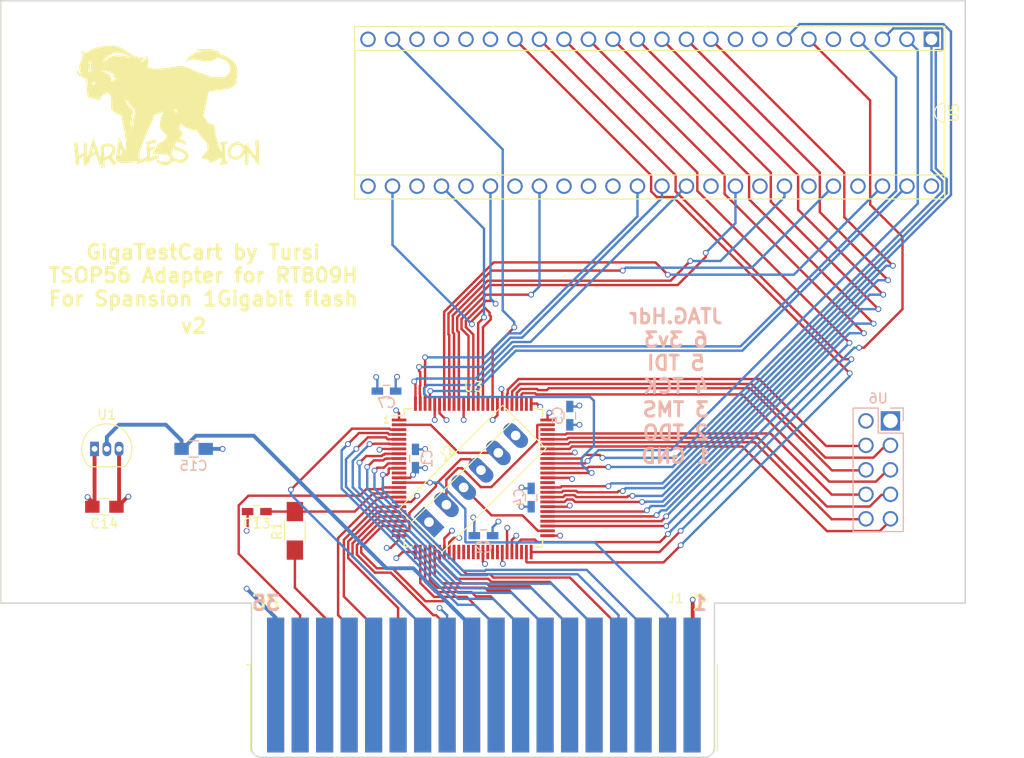
<source format=kicad_pcb>
(kicad_pcb (version 4) (host pcbnew 4.0.7)
  (layers (0 F.Cu signal) (1 3v3 power hide) (2 Gnd power hide) (31 B.Cu signal) (34 B.Paste user) (35 F.Paste user) (36 B.SilkS user hide) (37 F.SilkS user hide) (38 B.Mask user) (39 F.Mask user hide) (44 Edge.Cuts user))
  (net 0 "")
  (net 1 +3V3)
  (net 2 GND)
  (net 3 TI_WE)
  (net 4 +5V)
  (net 5 "Net-(J1-Pad1)")
  (net 6 TI_D7)
  (net 7 TI_D6)
  (net 8 TI_D5)
  (net 9 TI_D4)
  (net 10 TI_D3)
  (net 11 TI_D2)
  (net 12 TI_D1)
  (net 13 TI_D0)
  (net 14 "Net-(J1-Pad21)")
  (net 15 TI_A14)
  (net 16 "Net-(J1-Pad25)")
  (net 17 "Net-(J1-Pad27)")
  (net 18 "Net-(J1-Pad29)")
  (net 19 "Net-(J1-Pad31)")
  (net 20 "Net-(J1-Pad33)")
  (net 21 "Net-(J1-Pad4)")
  (net 22 "Net-(J1-Pad6)")
  (net 23 TI_A15)
  (net 24 TI_A13)
  (net 25 TI_A12)
  (net 26 TI_A11)
  (net 27 TI_A10)
  (net 28 TI_A9)
  (net 29 TI_A8)
  (net 30 TI_A7)
  (net 31 TI_A3)
  (net 32 TI_A6)
  (net 33 TI_A5)
  (net 34 TI_A4)
  (net 35 "Net-(J1-Pad32)")
  (net 36 TI_ROM)
  (net 37 "Net-(J1-Pad36)")
  (net 38 "Net-(J2-Pad2)")
  (net 39 "Net-(J2-Pad3)")
  (net 40 "Net-(J2-Pad4)")
  (net 41 "Net-(J2-Pad5)")
  (net 42 "Net-(J3-Pad1)")
  (net 43 "Net-(J4-Pad1)")
  (net 44 "Net-(J5-Pad1)")
  (net 45 "Net-(J7-Pad1)")
  (net 46 "Net-(U2-Pad56)")
  (net 47 "Net-(U2-Pad1)")
  (net 48 "Net-(U2-Pad55)")
  (net 49 "Net-(U2-Pad2)")
  (net 50 "Net-(U2-Pad54)")
  (net 51 "Net-(U2-Pad3)")
  (net 52 "Net-(U2-Pad4)")
  (net 53 "Net-(U2-Pad5)")
  (net 54 OA0)
  (net 55 "Net-(U2-Pad6)")
  (net 56 OD7)
  (net 57 "Net-(U2-Pad7)")
  (net 58 "Net-(U2-Pad8)")
  (net 59 OD6)
  (net 60 "Net-(U2-Pad9)")
  (net 61 "Net-(U2-Pad10)")
  (net 62 OD5)
  (net 63 "Net-(U2-Pad11)")
  (net 64 "Net-(U2-Pad12)")
  (net 65 OD4)
  (net 66 "Net-(U2-Pad15)")
  (net 67 OD3)
  (net 68 OD2)
  (net 69 "Net-(U2-Pad18)")
  (net 70 "Net-(U2-Pad19)")
  (net 71 OD1)
  (net 72 "Net-(U2-Pad20)")
  (net 73 "Net-(U2-Pad21)")
  (net 74 OD0)
  (net 75 "Net-(U2-Pad22)")
  (net 76 "Net-(U2-Pad34)")
  (net 77 "Net-(U2-Pad23)")
  (net 78 "Net-(U2-Pad24)")
  (net 79 "Net-(U2-Pad25)")
  (net 80 "Net-(U2-Pad31)")
  (net 81 "Net-(U2-Pad26)")
  (module Capacitors_SMD:C_0603_HandSoldering (layer B.Cu) (at 135.5 104.5 90)
    (fp_text reference C1 (at 0 1.25 90) (layer B.SilkS) (effects (justify mirror)))
    (fp_text value 1nF)
    (pad 1 smd rect (at -0.95 0 90) (size 1.2 0.75) (layers B.Cu B.Paste B.Mask) (net 1 +3V3))
    (pad 2 smd rect (at 0.95 0 90) (size 1.2 0.75) (layers B.Cu B.Paste B.Mask) (net 2 GND))
  )
  (module Capacitors_SMD:C_0603_HandSoldering (layer B.Cu) (at 142.55 112.5)
    (fp_text reference C2 (at 0 1.25) (layer B.SilkS) (effects (justify mirror)))
    (fp_text value 1nF)
    (pad 1 smd rect (at -0.95 0) (size 1.2 0.75) (layers B.Cu B.Paste B.Mask) (net 1 +3V3))
    (pad 2 smd rect (at 0.95 0) (size 1.2 0.75) (layers B.Cu B.Paste B.Mask) (net 2 GND))
  )
  (module Capacitors_SMD:C_0603_HandSoldering (layer B.Cu) (at 147.5 108.55 270)
    (fp_text reference C4 (at 0 1.25 270) (layer B.SilkS) (effects (justify mirror)))
    (fp_text value 1nF)
    (pad 1 smd rect (at -0.95 0 270) (size 1.2 0.75) (layers B.Cu B.Paste B.Mask) (net 1 +3V3))
    (pad 2 smd rect (at 0.95 0 270) (size 1.2 0.75) (layers B.Cu B.Paste B.Mask) (net 2 GND))
  )
  (module Capacitors_SMD:C_0603_HandSoldering (layer B.Cu) (at 151.5 100.05 270)
    (fp_text reference C5 (at 0 1.25 270) (layer B.SilkS) (effects (justify mirror)))
    (fp_text value 1nF)
    (pad 1 smd rect (at -0.95 0 270) (size 1.2 0.75) (layers B.Cu B.Paste B.Mask) (net 1 +3V3))
    (pad 2 smd rect (at 0.95 0 270) (size 1.2 0.75) (layers B.Cu B.Paste B.Mask) (net 2 GND))
  )
  (module Capacitors_SMD:C_0603_HandSoldering (layer B.Cu) (at 132.5 97.5)
    (fp_text reference C7 (at 0 1.25) (layer B.SilkS) (effects (justify mirror)))
    (fp_text value 1nF)
    (pad 1 smd rect (at -0.95 0) (size 1.2 0.75) (layers B.Cu B.Paste B.Mask) (net 1 +3V3))
    (pad 2 smd rect (at 0.95 0) (size 1.2 0.75) (layers B.Cu B.Paste B.Mask) (net 2 GND))
  )
  (module Capacitors_SMD:C_0603_HandSoldering (layer F.Cu) (at 119.05 110 180)
    (fp_text reference C13 (at 0 -1.25 180) (layer F.SilkS))
    (fp_text value 1nF)
    (pad 1 smd rect (at -0.95 0 180) (size 1.2 0.75) (layers F.Cu F.Paste F.Mask) (net 3 TI_WE))
    (pad 2 smd rect (at 0.95 0 180) (size 1.2 0.75) (layers F.Cu F.Paste F.Mask) (net 2 GND))
  )
  (module Capacitors_SMD:C_0805_HandSoldering (layer F.Cu) (at 103.25 109.5 180)
    (fp_text reference C14 (at 0 -1.75 180) (layer F.SilkS))
    (fp_text value 1uF)
    (pad 1 smd rect (at -1.25 0 180) (size 1.5 1.25) (layers F.Cu F.Paste F.Mask) (net 1 +3V3))
    (pad 2 smd rect (at 1.25 0 180) (size 1.5 1.25) (layers F.Cu F.Paste F.Mask) (net 2 GND))
  )
  (module Capacitors_SMD:C_0805_HandSoldering (layer B.Cu) (at 112.5 103.5)
    (fp_text reference C15 (at 0 1.75) (layer B.SilkS) (effects (justify mirror)))
    (fp_text value 1uF)
    (pad 1 smd rect (at -1.25 0) (size 1.5 1.25) (layers B.Cu B.Paste B.Mask) (net 4 +5V))
    (pad 2 smd rect (at 1.25 0) (size 1.5 1.25) (layers B.Cu B.Paste B.Mask) (net 2 GND))
  )
  (module Oddities:BUS_TI99_CART (layer F.Cu) (at 143.86 131)
    (fp_text reference J1 (at 18.64 -12) (layer F.SilkS))
    (fp_text value Bus_TI994A_Cart)
    (pad 1 connect rect (at 20.32 -3) (size 1.78 14) (layers B.Cu B.Mask) (net 5 "Net-(J1-Pad1)"))
    (pad 3 connect rect (at 17.78 -3) (size 1.78 14) (layers B.Cu B.Mask) (net 6 TI_D7))
    (pad 5 connect rect (at 15.24 -3) (size 1.78 14) (layers B.Cu B.Mask) (net 7 TI_D6))
    (pad 7 connect rect (at 12.7 -3) (size 1.78 14) (layers B.Cu B.Mask) (net 8 TI_D5))
    (pad 9 connect rect (at 10.16 -3) (size 1.78 14) (layers B.Cu B.Mask) (net 9 TI_D4))
    (pad 11 connect rect (at 7.62 -3) (size 1.78 14) (layers B.Cu B.Mask) (net 10 TI_D3))
    (pad 13 connect rect (at 5.08 -3) (size 1.78 14) (layers B.Cu B.Mask) (net 11 TI_D2))
    (pad 15 connect rect (at 2.54 -3) (size 1.78 14) (layers B.Cu B.Mask) (net 12 TI_D1))
    (pad 17 connect rect (at 0 -3) (size 1.78 14) (layers B.Cu B.Mask) (net 13 TI_D0))
    (pad 19 connect rect (at -2.54 -3) (size 1.78 14) (layers B.Cu B.Mask) (net 4 +5V))
    (pad 21 connect rect (at -5.08 -3) (size 1.78 14) (layers B.Cu B.Mask) (net 14 "Net-(J1-Pad21)"))
    (pad 23 connect rect (at -7.62 -3) (size 1.78 14) (layers B.Cu B.Mask) (net 15 TI_A14))
    (pad 25 connect rect (at -10.16 -3) (size 1.78 14) (layers B.Cu B.Mask) (net 16 "Net-(J1-Pad25)"))
    (pad 27 connect rect (at -12.7 -3) (size 1.78 14) (layers B.Cu B.Mask) (net 17 "Net-(J1-Pad27)"))
    (pad 29 connect rect (at -15.24 -3) (size 1.78 14) (layers B.Cu B.Mask) (net 18 "Net-(J1-Pad29)"))
    (pad 31 connect rect (at -17.78 -3) (size 1.78 14) (layers B.Cu B.Mask) (net 19 "Net-(J1-Pad31)"))
    (pad 33 connect rect (at -20.32 -3) (size 1.78 14) (layers B.Cu B.Mask) (net 20 "Net-(J1-Pad33)"))
    (pad 35 connect rect (at -22.86 -3) (size 1.78 14) (layers B.Cu B.Mask) (net 2 GND))
    (pad 2 connect rect (at 20.32 -3) (size 1.78 14) (layers F.Cu F.Mask) (net 2 GND))
    (pad 4 connect rect (at 17.78 -3) (size 1.78 14) (layers F.Cu F.Mask) (net 21 "Net-(J1-Pad4)"))
    (pad 6 connect rect (at 15.24 -3) (size 1.78 14) (layers F.Cu F.Mask) (net 22 "Net-(J1-Pad6)"))
    (pad 8 connect rect (at 12.7 -3) (size 1.78 14) (layers F.Cu F.Mask) (net 23 TI_A15))
    (pad 10 connect rect (at 10.16 -3) (size 1.78 14) (layers F.Cu F.Mask) (net 24 TI_A13))
    (pad 12 connect rect (at 7.62 -3) (size 1.78 14) (layers F.Cu F.Mask) (net 25 TI_A12))
    (pad 14 connect rect (at 5.08 -3) (size 1.78 14) (layers F.Cu F.Mask) (net 26 TI_A11))
    (pad 16 connect rect (at 2.54 -3) (size 1.78 14) (layers F.Cu F.Mask) (net 27 TI_A10))
    (pad 18 connect rect (at 0 -3) (size 1.78 14) (layers F.Cu F.Mask) (net 28 TI_A9))
    (pad 20 connect rect (at -2.54 -3) (size 1.78 14) (layers F.Cu F.Mask) (net 29 TI_A8))
    (pad 22 connect rect (at -5.08 -3) (size 1.78 14) (layers F.Cu F.Mask) (net 30 TI_A7))
    (pad 24 connect rect (at -7.62 -3) (size 1.78 14) (layers F.Cu F.Mask) (net 31 TI_A3))
    (pad 26 connect rect (at -10.16 -3) (size 1.78 14) (layers F.Cu F.Mask) (net 32 TI_A6))
    (pad 28 connect rect (at -12.7 -3) (size 1.78 14) (layers F.Cu F.Mask) (net 33 TI_A5))
    (pad 30 connect rect (at -15.24 -3) (size 1.78 14) (layers F.Cu F.Mask) (net 34 TI_A4))
    (pad 32 connect rect (at -17.78 -3) (size 1.78 14) (layers F.Cu F.Mask) (net 35 "Net-(J1-Pad32)"))
    (pad 34 connect rect (at -20.32 -3) (size 1.78 14) (layers F.Cu F.Mask) (net 36 TI_ROM))
    (pad 36 connect rect (at -22.86 -3) (size 1.78 14) (layers F.Cu F.Mask) (net 37 "Net-(J1-Pad36)"))
  )
  (module Connectors:PINHEAD1-6 (layer F.Cu) (at 136.907898 111.092102 45)
    (fp_text reference J2 (at 6.35 -3.75 45) (layer F.SilkS))
    (fp_text value Conn_01x06)
    (pad 1 thru_hole rect (at 0 0 45) (size 1.51 3.01) (drill 1) (layers *.Cu *.Mask) (net 2 GND))
    (pad 2 thru_hole oval (at 2.54 0 45) (size 1.51 3.01) (drill 1) (layers *.Cu *.Mask) (net 38 "Net-(J2-Pad2)"))
    (pad 3 thru_hole oval (at 5.08 0 45) (size 1.51 3.01) (drill 1) (layers *.Cu *.Mask) (net 39 "Net-(J2-Pad3)"))
    (pad 4 thru_hole oval (at 7.62 0 45) (size 1.51 3.01) (drill 1) (layers *.Cu *.Mask) (net 40 "Net-(J2-Pad4)"))
    (pad 5 thru_hole oval (at 10.16 0 45) (size 1.51 3.01) (drill 1) (layers *.Cu *.Mask) (net 41 "Net-(J2-Pad5)"))
    (pad 6 thru_hole oval (at 12.7 0 45) (size 1.51 3.01) (drill 1) (layers *.Cu *.Mask) (net 1 +3V3))
  )
  (module Resistors_SMD:R_1206_HandSoldering (layer F.Cu) (at 123 112 90)
    (fp_text reference R1 (at 0 -1.85 90) (layer F.SilkS))
    (fp_text value 68^)
    (pad 1 smd rect (at -2 0 90) (size 2 1.7) (layers F.Cu F.Paste F.Mask) (net 35 "Net-(J1-Pad32)"))
    (pad 2 smd rect (at 2 0 90) (size 2 1.7) (layers F.Cu F.Paste F.Mask) (net 3 TI_WE))
  )
  (module TO_SOT_Packages_THT:TO-92_Inline_Narrow_Oval (layer F.Cu) (at 102.23 103.5)
    (fp_text reference U1 (at 1.27 -3.56) (layer F.SilkS))
    (fp_text value MCP1700-3302E_TO92)
    (pad 2 thru_hole oval (at 1.27 0 180) (size 0.9 1.5) (drill 0.6) (layers *.Cu *.Mask) (net 4 +5V))
    (pad 3 thru_hole oval (at 2.54 0 180) (size 0.9 1.5) (drill 0.6) (layers *.Cu *.Mask) (net 1 +3V3))
    (pad 1 thru_hole rect (at 0 0 180) (size 0.9 1.5) (drill 0.6) (layers *.Cu *.Mask) (net 2 GND))
  )
  (module Housings_QFP:TQFP-100_14x14mm_Pitch0.5mm (layer F.Cu) (at 141.5 106.5)
    (fp_text reference U3 (at 0 -9.45) (layer F.SilkS))
    (fp_text value GigaCart_CPLD_LC4064)
    (pad 1 smd rect (at -7.7 -6) (size 1.5 0.3) (layers F.Cu F.Paste F.Mask) (net 2 GND))
    (pad 2 smd rect (at -7.7 -5.5) (size 1.5 0.3) (layers F.Cu F.Paste F.Mask) (net 41 "Net-(J2-Pad5)"))
    (pad 3 smd rect (at -7.7 -5) (size 1.5 0.3) (layers F.Cu F.Paste F.Mask) (net 15 TI_A14))
    (pad 4 smd rect (at -7.7 -4.5) (size 1.5 0.3) (layers F.Cu F.Paste F.Mask) (net 13 TI_D0))
    (pad 5 smd rect (at -7.7 -4) (size 1.5 0.3) (layers F.Cu F.Paste F.Mask) (net 12 TI_D1))
    (pad 6 smd rect (at -7.7 -3.5) (size 1.5 0.3) (layers F.Cu F.Paste F.Mask) (net 11 TI_D2))
    (pad 7 smd rect (at -7.7 -3) (size 1.5 0.3) (layers F.Cu F.Paste F.Mask) (net 2 GND))
    (pad 8 smd rect (at -7.7 -2.5) (size 1.5 0.3) (layers F.Cu F.Paste F.Mask) (net 10 TI_D3))
    (pad 9 smd rect (at -7.7 -2) (size 1.5 0.3) (layers F.Cu F.Paste F.Mask) (net 9 TI_D4))
    (pad 10 smd rect (at -7.7 -1.5) (size 1.5 0.3) (layers F.Cu F.Paste F.Mask) (net 8 TI_D5))
    (pad 11 smd rect (at -7.7 -1) (size 1.5 0.3) (layers F.Cu F.Paste F.Mask) (net 7 TI_D6))
    (pad 12 smd rect (at -7.7 -0.5) (size 1.5 0.3) (layers F.Cu F.Paste F.Mask))
    (pad 13 smd rect (at -7.7 0) (size 1.5 0.3) (layers F.Cu F.Paste F.Mask) (net 1 +3V3))
    (pad 14 smd rect (at -7.7 0.5) (size 1.5 0.3) (layers F.Cu F.Paste F.Mask) (net 6 TI_D7))
    (pad 15 smd rect (at -7.7 1) (size 1.5 0.3) (layers F.Cu F.Paste F.Mask) (net 36 TI_ROM))
    (pad 16 smd rect (at -7.7 1.5) (size 1.5 0.3) (layers F.Cu F.Paste F.Mask) (net 3 TI_WE))
    (pad 17 smd rect (at -7.7 2) (size 1.5 0.3) (layers F.Cu F.Paste F.Mask) (net 34 TI_A4))
    (pad 18 smd rect (at -7.7 2.5) (size 1.5 0.3) (layers F.Cu F.Paste F.Mask) (net 2 GND))
    (pad 19 smd rect (at -7.7 3) (size 1.5 0.3) (layers F.Cu F.Paste F.Mask) (net 33 TI_A5))
    (pad 20 smd rect (at -7.7 3.5) (size 1.5 0.3) (layers F.Cu F.Paste F.Mask) (net 32 TI_A6))
    (pad 21 smd rect (at -7.7 4) (size 1.5 0.3) (layers F.Cu F.Paste F.Mask) (net 31 TI_A3))
    (pad 22 smd rect (at -7.7 4.5) (size 1.5 0.3) (layers F.Cu F.Paste F.Mask) (net 30 TI_A7))
    (pad 23 smd rect (at -7.7 5) (size 1.5 0.3) (layers F.Cu F.Paste F.Mask) (net 29 TI_A8))
    (pad 24 smd rect (at -7.7 5.5) (size 1.5 0.3) (layers F.Cu F.Paste F.Mask) (net 40 "Net-(J2-Pad4)"))
    (pad 25 smd rect (at -7.7 6) (size 1.5 0.3) (layers F.Cu F.Paste F.Mask) (net 1 +3V3))
    (pad 26 smd rect (at -6 7.7 90) (size 1.5 0.3) (layers F.Cu F.Paste F.Mask) (net 2 GND))
    (pad 27 smd rect (at -5.5 7.7 90) (size 1.5 0.3) (layers F.Cu F.Paste F.Mask) (net 28 TI_A9))
    (pad 28 smd rect (at -5 7.7 90) (size 1.5 0.3) (layers F.Cu F.Paste F.Mask) (net 27 TI_A10))
    (pad 29 smd rect (at -4.5 7.7 90) (size 1.5 0.3) (layers F.Cu F.Paste F.Mask) (net 26 TI_A11))
    (pad 30 smd rect (at -4 7.7 90) (size 1.5 0.3) (layers F.Cu F.Paste F.Mask) (net 25 TI_A12))
    (pad 31 smd rect (at -3.5 7.7 90) (size 1.5 0.3) (layers F.Cu F.Paste F.Mask) (net 24 TI_A13))
    (pad 32 smd rect (at -3 7.7 90) (size 1.5 0.3) (layers F.Cu F.Paste F.Mask) (net 2 GND))
    (pad 33 smd rect (at -2.5 7.7 90) (size 1.5 0.3) (layers F.Cu F.Paste F.Mask) (net 1 +3V3))
    (pad 34 smd rect (at -2 7.7 90) (size 1.5 0.3) (layers F.Cu F.Paste F.Mask) (net 23 TI_A15))
    (pad 35 smd rect (at -1.5 7.7 90) (size 1.5 0.3) (layers F.Cu F.Paste F.Mask) (net 45 "Net-(J7-Pad1)"))
    (pad 36 smd rect (at -1 7.7 90) (size 1.5 0.3) (layers F.Cu F.Paste F.Mask))
    (pad 37 smd rect (at -0.5 7.7 90) (size 1.5 0.3) (layers F.Cu F.Paste F.Mask))
    (pad 38 smd rect (at 0 7.7 90) (size 1.5 0.3) (layers F.Cu F.Paste F.Mask))
    (pad 39 smd rect (at 0.5 7.7 90) (size 1.5 0.3) (layers F.Cu F.Paste F.Mask))
    (pad 40 smd rect (at 1 7.7 90) (size 1.5 0.3) (layers F.Cu F.Paste F.Mask) (net 1 +3V3))
    (pad 41 smd rect (at 1.5 7.7 90) (size 1.5 0.3) (layers F.Cu F.Paste F.Mask) (net 42 "Net-(J3-Pad1)"))
    (pad 42 smd rect (at 2 7.7 90) (size 1.5 0.3) (layers F.Cu F.Paste F.Mask) (net 43 "Net-(J4-Pad1)"))
    (pad 43 smd rect (at 2.5 7.7 90) (size 1.5 0.3) (layers F.Cu F.Paste F.Mask) (net 44 "Net-(J5-Pad1)"))
    (pad 44 smd rect (at 3 7.7 90) (size 1.5 0.3) (layers F.Cu F.Paste F.Mask) (net 14 "Net-(J1-Pad21)"))
    (pad 45 smd rect (at 3.5 7.7 90) (size 1.5 0.3) (layers F.Cu F.Paste F.Mask) (net 1 +3V3))
    (pad 46 smd rect (at 4 7.7 90) (size 1.5 0.3) (layers F.Cu F.Paste F.Mask) (net 2 GND))
    (pad 47 smd rect (at 4.5 7.7 90) (size 1.5 0.3) (layers F.Cu F.Paste F.Mask))
    (pad 48 smd rect (at 5 7.7 90) (size 1.5 0.3) (layers F.Cu F.Paste F.Mask))
    (pad 49 smd rect (at 5.5 7.7 90) (size 1.5 0.3) (layers F.Cu F.Paste F.Mask) (net 81 "Net-(U2-Pad26)"))
    (pad 50 smd rect (at 6 7.7 90) (size 1.5 0.3) (layers F.Cu F.Paste F.Mask) (net 79 "Net-(U2-Pad25)"))
    (pad 51 smd rect (at 7.7 6) (size 1.5 0.3) (layers F.Cu F.Paste F.Mask) (net 2 GND))
    (pad 52 smd rect (at 7.7 5.5) (size 1.5 0.3) (layers F.Cu F.Paste F.Mask) (net 39 "Net-(J2-Pad3)"))
    (pad 53 smd rect (at 7.7 5) (size 1.5 0.3) (layers F.Cu F.Paste F.Mask) (net 78 "Net-(U2-Pad24)"))
    (pad 54 smd rect (at 7.7 4.5) (size 1.5 0.3) (layers F.Cu F.Paste F.Mask) (net 77 "Net-(U2-Pad23)"))
    (pad 55 smd rect (at 7.7 4) (size 1.5 0.3) (layers F.Cu F.Paste F.Mask) (net 75 "Net-(U2-Pad22)"))
    (pad 56 smd rect (at 7.7 3.5) (size 1.5 0.3) (layers F.Cu F.Paste F.Mask) (net 73 "Net-(U2-Pad21)"))
    (pad 57 smd rect (at 7.7 3) (size 1.5 0.3) (layers F.Cu F.Paste F.Mask) (net 2 GND))
    (pad 58 smd rect (at 7.7 2.5) (size 1.5 0.3) (layers F.Cu F.Paste F.Mask) (net 72 "Net-(U2-Pad20)"))
    (pad 59 smd rect (at 7.7 2) (size 1.5 0.3) (layers F.Cu F.Paste F.Mask) (net 70 "Net-(U2-Pad19)"))
    (pad 60 smd rect (at 7.7 1.5) (size 1.5 0.3) (layers F.Cu F.Paste F.Mask) (net 69 "Net-(U2-Pad18)"))
    (pad 61 smd rect (at 7.7 1) (size 1.5 0.3) (layers F.Cu F.Paste F.Mask) (net 66 "Net-(U2-Pad15)"))
    (pad 62 smd rect (at 7.7 0.5) (size 1.5 0.3) (layers F.Cu F.Paste F.Mask))
    (pad 63 smd rect (at 7.7 0) (size 1.5 0.3) (layers F.Cu F.Paste F.Mask) (net 1 +3V3))
    (pad 64 smd rect (at 7.7 -0.5) (size 1.5 0.3) (layers F.Cu F.Paste F.Mask) (net 64 "Net-(U2-Pad12)"))
    (pad 65 smd rect (at 7.7 -1) (size 1.5 0.3) (layers F.Cu F.Paste F.Mask) (net 63 "Net-(U2-Pad11)"))
    (pad 66 smd rect (at 7.7 -1.5) (size 1.5 0.3) (layers F.Cu F.Paste F.Mask) (net 61 "Net-(U2-Pad10)"))
    (pad 67 smd rect (at 7.7 -2) (size 1.5 0.3) (layers F.Cu F.Paste F.Mask) (net 60 "Net-(U2-Pad9)"))
    (pad 68 smd rect (at 7.7 -2.5) (size 1.5 0.3) (layers F.Cu F.Paste F.Mask) (net 2 GND))
    (pad 69 smd rect (at 7.7 -3) (size 1.5 0.3) (layers F.Cu F.Paste F.Mask) (net 58 "Net-(U2-Pad8)"))
    (pad 70 smd rect (at 7.7 -3.5) (size 1.5 0.3) (layers F.Cu F.Paste F.Mask) (net 57 "Net-(U2-Pad7)"))
    (pad 71 smd rect (at 7.7 -4) (size 1.5 0.3) (layers F.Cu F.Paste F.Mask) (net 55 "Net-(U2-Pad6)"))
    (pad 72 smd rect (at 7.7 -4.5) (size 1.5 0.3) (layers F.Cu F.Paste F.Mask) (net 53 "Net-(U2-Pad5)"))
    (pad 73 smd rect (at 7.7 -5) (size 1.5 0.3) (layers F.Cu F.Paste F.Mask))
    (pad 74 smd rect (at 7.7 -5.5) (size 1.5 0.3) (layers F.Cu F.Paste F.Mask) (net 38 "Net-(J2-Pad2)"))
    (pad 75 smd rect (at 7.7 -6) (size 1.5 0.3) (layers F.Cu F.Paste F.Mask) (net 1 +3V3))
    (pad 76 smd rect (at 6 -7.7 90) (size 1.5 0.3) (layers F.Cu F.Paste F.Mask) (net 2 GND))
    (pad 77 smd rect (at 5.5 -7.7 90) (size 1.5 0.3) (layers F.Cu F.Paste F.Mask))
    (pad 78 smd rect (at 5 -7.7 90) (size 1.5 0.3) (layers F.Cu F.Paste F.Mask) (net 52 "Net-(U2-Pad4)"))
    (pad 79 smd rect (at 4.5 -7.7 90) (size 1.5 0.3) (layers F.Cu F.Paste F.Mask) (net 51 "Net-(U2-Pad3)"))
    (pad 80 smd rect (at 4 -7.7 90) (size 1.5 0.3) (layers F.Cu F.Paste F.Mask) (net 49 "Net-(U2-Pad2)"))
    (pad 81 smd rect (at 3.5 -7.7 90) (size 1.5 0.3) (layers F.Cu F.Paste F.Mask) (net 47 "Net-(U2-Pad1)"))
    (pad 82 smd rect (at 3 -7.7 90) (size 1.5 0.3) (layers F.Cu F.Paste F.Mask) (net 2 GND))
    (pad 83 smd rect (at 2.5 -7.7 90) (size 1.5 0.3) (layers F.Cu F.Paste F.Mask) (net 1 +3V3))
    (pad 84 smd rect (at 2 -7.7 90) (size 1.5 0.3) (layers F.Cu F.Paste F.Mask) (net 80 "Net-(U2-Pad31)"))
    (pad 85 smd rect (at 1.5 -7.7 90) (size 1.5 0.3) (layers F.Cu F.Paste F.Mask) (net 76 "Net-(U2-Pad34)"))
    (pad 86 smd rect (at 1 -7.7 90) (size 1.5 0.3) (layers F.Cu F.Paste F.Mask) (net 74 OD0))
    (pad 87 smd rect (at 0.5 -7.7 90) (size 1.5 0.3) (layers F.Cu F.Paste F.Mask) (net 71 OD1))
    (pad 88 smd rect (at 0 -7.7 90) (size 1.5 0.3) (layers F.Cu F.Paste F.Mask) (net 68 OD2))
    (pad 89 smd rect (at -0.5 -7.7 90) (size 1.5 0.3) (layers F.Cu F.Paste F.Mask) (net 67 OD3))
    (pad 90 smd rect (at -1 -7.7 90) (size 1.5 0.3) (layers F.Cu F.Paste F.Mask) (net 1 +3V3))
    (pad 91 smd rect (at -1.5 -7.7 90) (size 1.5 0.3) (layers F.Cu F.Paste F.Mask) (net 65 OD4))
    (pad 92 smd rect (at -2 -7.7 90) (size 1.5 0.3) (layers F.Cu F.Paste F.Mask) (net 62 OD5))
    (pad 93 smd rect (at -2.5 -7.7 90) (size 1.5 0.3) (layers F.Cu F.Paste F.Mask) (net 59 OD6))
    (pad 94 smd rect (at -3 -7.7 90) (size 1.5 0.3) (layers F.Cu F.Paste F.Mask) (net 56 OD7))
    (pad 95 smd rect (at -3.5 -7.7 90) (size 1.5 0.3) (layers F.Cu F.Paste F.Mask) (net 1 +3V3))
    (pad 96 smd rect (at -4 -7.7 90) (size 1.5 0.3) (layers F.Cu F.Paste F.Mask) (net 2 GND))
    (pad 97 smd rect (at -4.5 -7.7 90) (size 1.5 0.3) (layers F.Cu F.Paste F.Mask) (net 54 OA0))
    (pad 98 smd rect (at -5 -7.7 90) (size 1.5 0.3) (layers F.Cu F.Paste F.Mask) (net 50 "Net-(U2-Pad54)"))
    (pad 99 smd rect (at -5.5 -7.7 90) (size 1.5 0.3) (layers F.Cu F.Paste F.Mask) (net 48 "Net-(U2-Pad55)"))
    (pad 100 smd rect (at -6 -7.7 90) (size 1.5 0.3) (layers F.Cu F.Paste F.Mask) (net 46 "Net-(U2-Pad56)"))
  )
  (module Pin_Headers:Pin_Header_Straight_2x05_Pitch2.54mm (layer B.Cu) (at 184.75 100.59 180)
    (fp_text reference U6 (at 1.27 2.33 180) (layer B.SilkS) (effects (justify mirror)))
    (fp_text value Pin_Header_Straight_2x05_Pitch2.54mm)
    (pad 1 thru_hole rect (at 0 0 180) (size 2 2) (drill 1.5) (layers *.Cu *.Mask))
    (pad 2 thru_hole oval (at 2.54 0 180) (size 1.6 1.6) (drill 1.2) (layers *.Cu *.Mask))
    (pad 3 thru_hole oval (at 0 -2.54 180) (size 1.6 1.6) (drill 1.2) (layers *.Cu *.Mask) (net 49 "Net-(U2-Pad2)"))
    (pad 4 thru_hole oval (at 2.54 -2.54 180) (size 1.6 1.6) (drill 1.2) (layers *.Cu *.Mask) (net 47 "Net-(U2-Pad1)"))
    (pad 5 thru_hole oval (at 0 -5.08 180) (size 1.6 1.6) (drill 1.2) (layers *.Cu *.Mask) (net 52 "Net-(U2-Pad4)"))
    (pad 6 thru_hole oval (at 2.54 -5.08 180) (size 1.6 1.6) (drill 1.2) (layers *.Cu *.Mask) (net 51 "Net-(U2-Pad3)"))
    (pad 7 thru_hole oval (at 0 -7.62 180) (size 1.6 1.6) (drill 1.2) (layers *.Cu *.Mask) (net 55 "Net-(U2-Pad6)"))
    (pad 8 thru_hole oval (at 2.54 -7.62 180) (size 1.6 1.6) (drill 1.2) (layers *.Cu *.Mask) (net 53 "Net-(U2-Pad5)"))
    (pad 9 thru_hole oval (at 0 -10.16 180) (size 1.6 1.6) (drill 1.2) (layers *.Cu *.Mask) (net 58 "Net-(U2-Pad8)"))
    (pad 10 thru_hole oval (at 2.54 -10.16 180) (size 1.6 1.6) (drill 1.2) (layers *.Cu *.Mask) (net 57 "Net-(U2-Pad7)"))
  )
  (module Housings_DIP:DIP-48_W15.24mm_Socket (layer F.Cu) (at 189 61 270)
    (fp_text reference U5 (at 7.62 -2.33 270) (layer F.SilkS))
    (fp_text value DIP-42_W15.24mm_Socket)
    (pad 1 thru_hole rect (at 0 0 270) (size 1.6 1.6) (drill 1.2) (layers *.Cu *.Mask) (net 60 "Net-(U2-Pad9)"))
    (pad 25 thru_hole oval (at 15.24 58.42 270) (size 1.6 1.6) (drill 1.2) (layers *.Cu *.Mask) (net 2 GND))
    (pad 2 thru_hole oval (at 0 2.54 270) (size 1.6 1.6) (drill 1.2) (layers *.Cu *.Mask) (net 61 "Net-(U2-Pad10)"))
    (pad 26 thru_hole oval (at 15.24 55.88 270) (size 1.6 1.6) (drill 1.2) (layers *.Cu *.Mask) (net 74 OD0))
    (pad 3 thru_hole oval (at 0 5.08 270) (size 1.6 1.6) (drill 1.2) (layers *.Cu *.Mask) (net 63 "Net-(U2-Pad11)"))
    (pad 27 thru_hole oval (at 15.24 53.34 270) (size 1.6 1.6) (drill 1.2) (layers *.Cu *.Mask))
    (pad 4 thru_hole oval (at 0 7.62 270) (size 1.6 1.6) (drill 1.2) (layers *.Cu *.Mask) (net 64 "Net-(U2-Pad12)"))
    (pad 28 thru_hole oval (at 15.24 50.8 270) (size 1.6 1.6) (drill 1.2) (layers *.Cu *.Mask) (net 71 OD1))
    (pad 5 thru_hole oval (at 0 10.16 270) (size 1.6 1.6) (drill 1.2) (layers *.Cu *.Mask) (net 1 +3V3))
    (pad 29 thru_hole oval (at 15.24 48.26 270) (size 1.6 1.6) (drill 1.2) (layers *.Cu *.Mask))
    (pad 6 thru_hole oval (at 0 12.7 270) (size 1.6 1.6) (drill 1.2) (layers *.Cu *.Mask))
    (pad 30 thru_hole oval (at 15.24 45.72 270) (size 1.6 1.6) (drill 1.2) (layers *.Cu *.Mask) (net 68 OD2))
    (pad 7 thru_hole oval (at 0 15.24 270) (size 1.6 1.6) (drill 1.2) (layers *.Cu *.Mask) (net 66 "Net-(U2-Pad15)"))
    (pad 31 thru_hole oval (at 15.24 43.18 270) (size 1.6 1.6) (drill 1.2) (layers *.Cu *.Mask))
    (pad 8 thru_hole oval (at 0 17.78 270) (size 1.6 1.6) (drill 1.2) (layers *.Cu *.Mask) (net 2 GND))
    (pad 32 thru_hole oval (at 15.24 40.64 270) (size 1.6 1.6) (drill 1.2) (layers *.Cu *.Mask) (net 67 OD3))
    (pad 9 thru_hole oval (at 0 20.32 270) (size 1.6 1.6) (drill 1.2) (layers *.Cu *.Mask))
    (pad 33 thru_hole oval (at 15.24 38.1 270) (size 1.6 1.6) (drill 1.2) (layers *.Cu *.Mask))
    (pad 10 thru_hole oval (at 0 22.86 270) (size 1.6 1.6) (drill 1.2) (layers *.Cu *.Mask) (net 69 "Net-(U2-Pad18)"))
    (pad 34 thru_hole oval (at 15.24 35.56 270) (size 1.6 1.6) (drill 1.2) (layers *.Cu *.Mask) (net 2 GND))
    (pad 11 thru_hole oval (at 0 25.4 270) (size 1.6 1.6) (drill 1.2) (layers *.Cu *.Mask) (net 70 "Net-(U2-Pad19)"))
    (pad 35 thru_hole oval (at 15.24 33.02 270) (size 1.6 1.6) (drill 1.2) (layers *.Cu *.Mask) (net 2 GND))
    (pad 12 thru_hole oval (at 0 27.94 270) (size 1.6 1.6) (drill 1.2) (layers *.Cu *.Mask) (net 72 "Net-(U2-Pad20)"))
    (pad 36 thru_hole oval (at 15.24 30.48 270) (size 1.6 1.6) (drill 1.2) (layers *.Cu *.Mask) (net 50 "Net-(U2-Pad54)"))
    (pad 13 thru_hole oval (at 0 30.48 270) (size 1.6 1.6) (drill 1.2) (layers *.Cu *.Mask) (net 73 "Net-(U2-Pad21)"))
    (pad 37 thru_hole oval (at 15.24 27.94 270) (size 1.6 1.6) (drill 1.2) (layers *.Cu *.Mask) (net 48 "Net-(U2-Pad55)"))
    (pad 14 thru_hole oval (at 0 33.02 270) (size 1.6 1.6) (drill 1.2) (layers *.Cu *.Mask) (net 75 "Net-(U2-Pad22)"))
    (pad 38 thru_hole oval (at 15.24 25.4 270) (size 1.6 1.6) (drill 1.2) (layers *.Cu *.Mask) (net 46 "Net-(U2-Pad56)"))
    (pad 15 thru_hole oval (at 0 35.56 270) (size 1.6 1.6) (drill 1.2) (layers *.Cu *.Mask) (net 77 "Net-(U2-Pad23)"))
    (pad 39 thru_hole oval (at 15.24 22.86 270) (size 1.6 1.6) (drill 1.2) (layers *.Cu *.Mask) (net 1 +3V3))
    (pad 16 thru_hole oval (at 0 38.1 270) (size 1.6 1.6) (drill 1.2) (layers *.Cu *.Mask) (net 78 "Net-(U2-Pad24)"))
    (pad 40 thru_hole oval (at 15.24 20.32 270) (size 1.6 1.6) (drill 1.2) (layers *.Cu *.Mask) (net 65 OD4))
    (pad 17 thru_hole oval (at 0 40.64 270) (size 1.6 1.6) (drill 1.2) (layers *.Cu *.Mask) (net 79 "Net-(U2-Pad25)"))
    (pad 41 thru_hole oval (at 15.24 17.78 270) (size 1.6 1.6) (drill 1.2) (layers *.Cu *.Mask))
    (pad 18 thru_hole oval (at 0 43.18 270) (size 1.6 1.6) (drill 1.2) (layers *.Cu *.Mask) (net 81 "Net-(U2-Pad26)"))
    (pad 42 thru_hole oval (at 15.24 15.24 270) (size 1.6 1.6) (drill 1.2) (layers *.Cu *.Mask) (net 62 OD5))
    (pad 19 thru_hole oval (at 0 45.72 270) (size 1.6 1.6) (drill 1.2) (layers *.Cu *.Mask))
    (pad 43 thru_hole oval (at 15.24 12.7 270) (size 1.6 1.6) (drill 1.2) (layers *.Cu *.Mask))
    (pad 20 thru_hole oval (at 0 48.26 270) (size 1.6 1.6) (drill 1.2) (layers *.Cu *.Mask))
    (pad 44 thru_hole oval (at 15.24 10.16 270) (size 1.6 1.6) (drill 1.2) (layers *.Cu *.Mask) (net 59 OD6))
    (pad 21 thru_hole oval (at 0 50.8 270) (size 1.6 1.6) (drill 1.2) (layers *.Cu *.Mask) (net 1 +3V3))
    (pad 45 thru_hole oval (at 15.24 7.62 270) (size 1.6 1.6) (drill 1.2) (layers *.Cu *.Mask))
    (pad 22 thru_hole oval (at 0 53.34 270) (size 1.6 1.6) (drill 1.2) (layers *.Cu *.Mask))
    (pad 46 thru_hole oval (at 15.24 5.08 270) (size 1.6 1.6) (drill 1.2) (layers *.Cu *.Mask) (net 56 OD7))
    (pad 23 thru_hole oval (at 0 55.88 270) (size 1.6 1.6) (drill 1.2) (layers *.Cu *.Mask) (net 80 "Net-(U2-Pad31)"))
    (pad 47 thru_hole oval (at 15.24 2.54 270) (size 1.6 1.6) (drill 1.2) (layers *.Cu *.Mask) (net 54 OA0))
    (pad 24 thru_hole oval (at 0 58.42 270) (size 1.6 1.6) (drill 1.2) (layers *.Cu *.Mask) (net 2 GND))
    (pad 48 thru_hole oval (at 15.24 0 270) (size 1.6 1.6) (drill 1.2) (layers *.Cu *.Mask) (net 2 GND))
  )
  (module Oddities:LOGO_HL_SILVYR (layer F.Cu) (at 109.5 67.5)
    (fp_text reference "" hide)
    (fp_text value "" hide)
  )
  (gr_text v2 (at 112.5 90.75) (layer F.SilkS) (effects (font (size 1.5 1.5) (thickness 0.3))))
  (gr_text 35 (at 120 119.5) (layer B.SilkS) (effects (font (size 1.5 1.5) (thickness 0.3)) (justify mirror)))
  (gr_text 1 (at 165 119.5) (layer B.SilkS) (effects (font (size 1.5 1.5) (thickness 0.3)) (justify mirror)))
  (gr_text 36 (at 120 119.5) (layer F.SilkS) (effects (font (size 1.5 1.5) (thickness 0.3))))
  (gr_text 2 (at 165 119.5) (layer F.SilkS) (effects (font (size 1.5 1.5) (thickness 0.3))))
  (gr_text 1 (at 132.5 100.5) (layer F.SilkS) (effects (font (size 0.7 0.7) (thickness 0.175))))
  (gr_text "JTAG.Hdr\n6 3v3\n5 TDI\n4 TCK\n3 TMS\n2 TDO\n1 GND" (at 162.5 97) (layer B.SilkS) (effects (font (size 1.5 1.5) (thickness 0.3)) (justify mirror)))
  (gr_text "GigaTestCart by Tursi\nTSOP56 Adapter for RT809H\nFor Spansion 1Gigabit flash" (at 113.5 85.5) (layer F.SilkS) (effects (font (size 1.5 1.5) (thickness 0.3))))
  (gr_arc (start 119.5 134.5) (end 119.5 135.5) (angle 90) (layer Edge.Cuts) (width 0.15))
  (gr_arc (start 165.5 134.5) (end 166.5 134.5) (angle 90) (layer Edge.Cuts) (width 0.15))
  (gr_line (start 92.5 57) (end 192.5 57) (layer Edge.Cuts) (width 0.15))
  (gr_line (start 92.5 119.5) (end 92.5 57) (layer Edge.Cuts) (width 0.15))
  (gr_line (start 118.5 119.5) (end 92.5 119.5) (layer Edge.Cuts) (width 0.15))
  (gr_line (start 192.5 119.5) (end 192.5 57) (layer Edge.Cuts) (width 0.15))
  (gr_line (start 166.5 119.5) (end 192.5 119.5) (layer Edge.Cuts) (width 0.15))
  (gr_line (start 166.5 134.5) (end 166.5 119.5) (layer Edge.Cuts) (width 0.15))
  (gr_line (start 118.5 134.5) (end 118.5 119.5) (layer Edge.Cuts) (width 0.15))
  (gr_line (start 165.5 135.5) (end 119.5 135.5) (layer Edge.Cuts) (width 0.15))
  (segment (start 146 114.2) (end 146 113.371944) (width 0.25) (layer F.Cu) (net 0))
  (segment (start 146 113.371944) (end 146.462234 112.90971) (width 0.25) (layer F.Cu) (net 0))
  (segment (start 161.380779 112.628958) (end 161.680778 112.328959) (width 0.25) (layer F.Cu) (net 0))
  (segment (start 146.462234 112.90971) (end 147.884908 112.90971) (width 0.25) (layer F.Cu) (net 0))
  (segment (start 147.884908 112.90971) (end 148.143871 113.168673) (width 0.25) (layer F.Cu) (net 0))
  (segment (start 148.143871 113.168673) (end 160.841064 113.168673) (width 0.25) (layer F.Cu) (net 0))
  (segment (start 160.841064 113.168673) (end 161.380779 112.628958) (width 0.25) (layer F.Cu) (net 0))
  (segment (start 161.980777 112.02896) (end 161.680778 112.328959) (width 0.25) (layer B.Cu) (net 0))
  (segment (start 180.993382 93) (end 161.980777 112.012605) (width 0.25) (layer B.Cu) (net 0))
  (segment (start 181.5 93) (end 180.993382 93) (width 0.25) (layer B.Cu) (net 0))
  (via (at 161.680778 112.328959) (size 0.6) (drill 0.4) (layers F.Cu B.Cu) (net 0))
  (segment (start 161.980777 112.012605) (end 161.980777 112.02896) (width 0.25) (layer B.Cu) (net 0))
  (segment (start 181.5 93) (end 182 93) (width 0.25) (layer F.Cu) (net 0))
  (segment (start 182 93) (end 186 89) (width 0.25) (layer F.Cu) (net 0))
  (segment (start 186 89) (end 186 81.5) (width 0.25) (layer F.Cu) (net 0))
  (segment (start 186 81.5) (end 182.646568 78.146568) (width 0.25) (layer F.Cu) (net 0))
  (segment (start 182.646568 78.146568) (end 182.646568 67.346568) (width 0.25) (layer F.Cu) (net 0))
  (segment (start 182.646568 67.346568) (end 176.3 61) (width 0.25) (layer F.Cu) (net 0))
  (via (at 181.5 93) (size 0.6) (drill 0.4) (layers F.Cu B.Cu) (net 0))
  (segment (start 142.5 115.214143) (end 142.718165 115.432308) (width 0.25) (layer F.Cu) (net 1))
  (segment (start 142.5 114.2) (end 142.5 115.214143) (width 0.25) (layer F.Cu) (net 1))
  (via (at 142.718165 115.432308) (size 0.6) (drill 0.4) (layers F.Cu B.Cu) (net 1))
  (segment (start 133.8 106.5) (end 134.936315 106.5) (width 0.25) (layer F.Cu) (net 1))
  (segment (start 134.936315 106.5) (end 134.955108 106.481207) (width 0.25) (layer F.Cu) (net 1))
  (segment (start 134.955108 106.481207) (end 135.255107 106.181208) (width 0.25) (layer F.Cu) (net 1))
  (via (at 140.039447 112.733346) (size 0.6) (drill 0.4) (layers F.Cu B.Cu) (net 1))
  (via (at 135.255107 106.181208) (size 0.6) (drill 0.4) (layers F.Cu B.Cu) (net 1))
  (segment (start 139.466654 112.733346) (end 139.615183 112.733346) (width 0.25) (layer F.Cu) (net 1))
  (segment (start 139 114.2) (end 139 113.2) (width 0.25) (layer F.Cu) (net 1))
  (segment (start 139 113.2) (end 139.466654 112.733346) (width 0.25) (layer F.Cu) (net 1))
  (segment (start 139.615183 112.733346) (end 140.039447 112.733346) (width 0.25) (layer F.Cu) (net 1))
  (segment (start 145 111.714038) (end 145.023815 111.690223) (width 0.25) (layer F.Cu) (net 1))
  (segment (start 145 114.2) (end 145 111.714038) (width 0.25) (layer F.Cu) (net 1))
  (via (at 145.023815 111.690223) (size 0.6) (drill 0.4) (layers F.Cu B.Cu) (net 1))
  (segment (start 132.929242 113.770758) (end 132.52704 113.770758) (width 0.25) (layer F.Cu) (net 1))
  (segment (start 133.8 112.9) (end 132.929242 113.770758) (width 0.25) (layer F.Cu) (net 1))
  (segment (start 133.8 112.5) (end 133.8 112.9) (width 0.25) (layer F.Cu) (net 1))
  (via (at 132.52704 113.770758) (size 0.6) (drill 0.4) (layers F.Cu B.Cu) (net 1))
  (segment (start 151.615294 106.5) (end 151.740304 106.62501) (width 0.25) (layer F.Cu) (net 1))
  (segment (start 149.2 106.5) (end 151.615294 106.5) (width 0.25) (layer F.Cu) (net 1))
  (via (at 151.740304 106.62501) (size 0.6) (drill 0.4) (layers F.Cu B.Cu) (net 1))
  (segment (start 151.5 99.1) (end 152.4 99.1) (width 0.25) (layer B.Cu) (net 1))
  (segment (start 152.4 99.1) (end 152.5 99) (width 0.25) (layer B.Cu) (net 1))
  (via (at 152.5 99) (size 0.6) (drill 0.4) (layers F.Cu B.Cu) (net 1))
  (segment (start 149.2 99.936864) (end 149.389091 99.747773) (width 0.25) (layer F.Cu) (net 1))
  (segment (start 149.2 100.5) (end 149.2 99.936864) (width 0.25) (layer F.Cu) (net 1))
  (via (at 149.389091 99.747773) (size 0.6) (drill 0.4) (layers F.Cu B.Cu) (net 1))
  (segment (start 141.6 110.716102) (end 141.491919 110.608021) (width 0.25) (layer B.Cu) (net 1))
  (segment (start 141.6 112.5) (end 141.6 110.716102) (width 0.25) (layer B.Cu) (net 1))
  (via (at 141.491919 110.608021) (size 0.6) (drill 0.4) (layers F.Cu B.Cu) (net 1))
  (segment (start 131.55 96.161048) (end 131.434292 96.04534) (width 0.25) (layer B.Cu) (net 1))
  (segment (start 131.55 97.5) (end 131.55 96.161048) (width 0.25) (layer B.Cu) (net 1))
  (via (at 131.434292 96.04534) (size 0.6) (drill 0.4) (layers F.Cu B.Cu) (net 1))
  (segment (start 138.706163 100.506163) (end 138.721457 100.506163) (width 0.25) (layer F.Cu) (net 1))
  (segment (start 138 99.8) (end 138.706163 100.506163) (width 0.25) (layer F.Cu) (net 1))
  (segment (start 138 98.8) (end 138 99.8) (width 0.25) (layer F.Cu) (net 1))
  (via (at 138.721457 100.506163) (size 0.6) (drill 0.4) (layers F.Cu B.Cu) (net 1))
  (segment (start 140.5 98.8) (end 140.5 100.5) (width 0.25) (layer F.Cu) (net 1))
  (via (at 140.5 100.5) (size 0.6) (drill 0.4) (layers F.Cu B.Cu) (net 1))
  (segment (start 144 98.8) (end 144 100) (width 0.25) (layer F.Cu) (net 1))
  (segment (start 144 100) (end 143.5 100.5) (width 0.25) (layer F.Cu) (net 1))
  (via (at 143.5 100.5) (size 0.6) (drill 0.4) (layers F.Cu B.Cu) (net 1))
  (segment (start 135.5 105.45) (end 136.45 105.45) (width 0.25) (layer B.Cu) (net 1))
  (segment (start 136.45 105.45) (end 136.5 105.5) (width 0.25) (layer B.Cu) (net 1))
  (via (at 136.5 105.5) (size 0.6) (drill 0.4) (layers F.Cu B.Cu) (net 1))
  (segment (start 147.5 107.6) (end 146.6 107.6) (width 0.25) (layer B.Cu) (net 1))
  (segment (start 146.6 107.6) (end 146.5 107.5) (width 0.25) (layer B.Cu) (net 1))
  (via (at 146.5 107.5) (size 0.6) (drill 0.4) (layers F.Cu B.Cu) (net 1))
  (segment (start 105.67267 108.45233) (end 105.73523 108.45233) (width 0.4) (layer F.Cu) (net 1))
  (segment (start 104.625 109.5) (end 105.67267 108.45233) (width 0.4) (layer F.Cu) (net 1))
  (segment (start 104.5 109.5) (end 104.625 109.5) (width 0.4) (layer F.Cu) (net 1))
  (via (at 105.73523 108.45233) (size 0.6) (drill 0.4) (layers F.Cu B.Cu) (net 1))
  (segment (start 104.773981 103.759571) (end 104.77 103.763552) (width 0.4) (layer F.Cu) (net 1))
  (segment (start 104.77 103.763552) (end 104.77 109.23) (width 0.4) (layer F.Cu) (net 1))
  (segment (start 104.77 109.23) (end 104.5 109.5) (width 0.25) (layer F.Cu) (net 1))
  (segment (start 145.888154 102.111846) (end 145.888154 102.857394) (width 0.4) (layer F.Cu) (net 1))
  (segment (start 145.888154 102.111846) (end 145.363808 102.111846) (width 0.4) (layer F.Cu) (net 1))
  (segment (start 145.888154 102.111846) (end 145.326941 102.111846) (width 0.4) (layer F.Cu) (net 1))
  (segment (start 131.857736 103.5) (end 131.77208 103.585656) (width 0.25) (layer F.Cu) (net 2))
  (segment (start 133.8 103.5) (end 131.857736 103.5) (width 0.25) (layer F.Cu) (net 2))
  (via (at 131.77208 103.585656) (size 0.6) (drill 0.4) (layers F.Cu B.Cu) (net 2))
  (segment (start 138.991263 112.285159) (end 139.291262 111.98516) (width 0.25) (layer F.Cu) (net 2))
  (segment (start 138.5 114.2) (end 138.5 112.776422) (width 0.25) (layer F.Cu) (net 2))
  (segment (start 133.8 109) (end 135.051316 109) (width 0.25) (layer F.Cu) (net 2))
  (via (at 135.678709 108.372607) (size 0.6) (drill 0.4) (layers F.Cu B.Cu) (net 2))
  (segment (start 135.37871 108.672606) (end 135.678709 108.372607) (width 0.25) (layer F.Cu) (net 2))
  (segment (start 135.051316 109) (end 135.37871 108.672606) (width 0.25) (layer F.Cu) (net 2))
  (segment (start 138.5 112.776422) (end 138.991263 112.285159) (width 0.25) (layer F.Cu) (net 2))
  (via (at 139.291262 111.98516) (size 0.6) (drill 0.4) (layers F.Cu B.Cu) (net 2))
  (segment (start 145.656051 112.791616) (end 145.95605 112.491617) (width 0.25) (layer F.Cu) (net 2))
  (segment (start 145.5 112.947667) (end 145.656051 112.791616) (width 0.25) (layer F.Cu) (net 2))
  (segment (start 145.5 114.2) (end 145.5 112.947667) (width 0.25) (layer F.Cu) (net 2))
  (via (at 145.95605 112.491617) (size 0.6) (drill 0.4) (layers F.Cu B.Cu) (net 2))
  (segment (start 134.157789 114.2) (end 133.816483 114.541306) (width 0.25) (layer F.Cu) (net 2))
  (segment (start 135.5 114.2) (end 134.157789 114.2) (width 0.25) (layer F.Cu) (net 2))
  (via (at 133.516484 114.841305) (size 0.6) (drill 0.4) (layers F.Cu B.Cu) (net 2))
  (segment (start 133.816483 114.541306) (end 133.516484 114.841305) (width 0.25) (layer F.Cu) (net 2))
  (segment (start 151.37499 109.5) (end 151.5 109.37499) (width 0.25) (layer F.Cu) (net 2))
  (via (at 151.5 109.37499) (size 0.6) (drill 0.4) (layers F.Cu B.Cu) (net 2))
  (segment (start 149.2 109.5) (end 151.37499 109.5) (width 0.25) (layer F.Cu) (net 2))
  (segment (start 151.903983 104) (end 152.028993 103.87499) (width 0.25) (layer F.Cu) (net 2))
  (segment (start 149.2 104) (end 151.903983 104) (width 0.25) (layer F.Cu) (net 2))
  (via (at 152.028993 103.87499) (size 0.6) (drill 0.4) (layers F.Cu B.Cu) (net 2))
  (segment (start 151.5 101) (end 152.5 101) (width 0.25) (layer B.Cu) (net 2))
  (via (at 152.5 101) (size 0.6) (drill 0.4) (layers F.Cu B.Cu) (net 2))
  (segment (start 144.5 97.363634) (end 144.415366 97.279) (width 0.25) (layer F.Cu) (net 2))
  (segment (start 144.5 98.8) (end 144.5 97.363634) (width 0.25) (layer F.Cu) (net 2))
  (via (at 144.415366 97.279) (size 0.6) (drill 0.4) (layers F.Cu B.Cu) (net 2))
  (segment (start 148.139288 98.838185) (end 148.439287 99.138184) (width 0.25) (layer F.Cu) (net 2))
  (via (at 148.439287 99.138184) (size 0.6) (drill 0.4) (layers F.Cu B.Cu) (net 2))
  (segment (start 147.5 98.8) (end 148.101103 98.8) (width 0.25) (layer F.Cu) (net 2))
  (segment (start 148.101103 98.8) (end 148.139288 98.838185) (width 0.25) (layer F.Cu) (net 2))
  (segment (start 133.45 96.155617) (end 133.592295 96.013322) (width 0.25) (layer B.Cu) (net 2))
  (segment (start 133.45 97.5) (end 133.45 96.155617) (width 0.25) (layer B.Cu) (net 2))
  (via (at 133.592295 96.013322) (size 0.6) (drill 0.4) (layers F.Cu B.Cu) (net 2))
  (segment (start 143.5 111.635231) (end 144.102541 111.03269) (width 0.25) (layer B.Cu) (net 2))
  (segment (start 143.5 112.5) (end 143.5 111.635231) (width 0.25) (layer B.Cu) (net 2))
  (via (at 144.102541 111.03269) (size 0.6) (drill 0.4) (layers F.Cu B.Cu) (net 2))
  (segment (start 164.248305 119.141288) (end 164.248305 127.931695) (width 0.4) (layer F.Cu) (net 2))
  (segment (start 164.248305 127.931695) (end 164.18 128) (width 0.25) (layer F.Cu) (net 2))
  (via (at 164.248305 119.141288) (size 0.6) (drill 0.4) (layers F.Cu B.Cu) (net 2))
  (segment (start 137.5 98.8) (end 137.5 100.5) (width 0.25) (layer F.Cu) (net 2))
  (via (at 137.5 100.5) (size 0.6) (drill 0.4) (layers F.Cu B.Cu) (net 2))
  (segment (start 149.2 112.5) (end 150.5 112.5) (width 0.25) (layer F.Cu) (net 2))
  (via (at 150.5 112.5) (size 0.6) (drill 0.4) (layers F.Cu B.Cu) (net 2))
  (segment (start 133.8 100.5) (end 133.8 99.8) (width 0.25) (layer F.Cu) (net 2))
  (segment (start 133.8 99.8) (end 133.5 99.5) (width 0.25) (layer F.Cu) (net 2))
  (via (at 133.5 99.5) (size 0.6) (drill 0.4) (layers F.Cu B.Cu) (net 2))
  (segment (start 135.5 103.55) (end 136.45 103.55) (width 0.25) (layer B.Cu) (net 2))
  (segment (start 136.45 103.55) (end 136.5 103.5) (width 0.25) (layer B.Cu) (net 2))
  (via (at 136.5 103.5) (size 0.6) (drill 0.4) (layers F.Cu B.Cu) (net 2))
  (via (at 146.5 109.5) (size 0.6) (drill 0.4) (layers F.Cu B.Cu) (net 2))
  (segment (start 147.5 109.5) (end 146.5 109.5) (width 0.25) (layer B.Cu) (net 2))
  (segment (start 118.1 110) (end 118.1 111.9) (width 0.25) (layer F.Cu) (net 2))
  (segment (start 118.1 111.9) (end 118 112) (width 0.25) (layer F.Cu) (net 2))
  (via (at 118 112) (size 0.6) (drill 0.4) (layers F.Cu B.Cu) (net 2))
  (segment (start 121 121.89) (end 121 121.002242) (width 0.4) (layer B.Cu) (net 2))
  (segment (start 121 121.002242) (end 118 118.002242) (width 0.4) (layer B.Cu) (net 2))
  (segment (start 118 118.002242) (end 118 118) (width 0.4) (layer B.Cu) (net 2))
  (segment (start 121 128) (end 121 121.89) (width 0.25) (layer B.Cu) (net 2))
  (via (at 118 118) (size 0.6) (drill 0.4) (layers F.Cu B.Cu) (net 2))
  (segment (start 114.5 103.5) (end 115.5 103.5) (width 0.4) (layer B.Cu) (net 2))
  (segment (start 113.75 103.5) (end 114.5 103.5) (width 0.25) (layer B.Cu) (net 2))
  (via (at 115.5 103.5) (size 0.6) (drill 0.4) (layers F.Cu B.Cu) (net 2))
  (segment (start 102 109.5) (end 102 109) (width 0.25) (layer F.Cu) (net 2))
  (segment (start 102 109) (end 101.5 108.5) (width 0.4) (layer F.Cu) (net 2))
  (via (at 101.5 108.5) (size 0.6) (drill 0.4) (layers F.Cu B.Cu) (net 2))
  (segment (start 102.23 103.5) (end 102.23 109.27) (width 0.4) (layer F.Cu) (net 2))
  (segment (start 102.23 109.27) (end 102 109.5) (width 0.25) (layer F.Cu) (net 2))
  (segment (start 102.23 103.5) (end 102.23 103.8) (width 0.25) (layer B.Cu) (net 2))
  (segment (start 132.138664 108.127308) (end 132.265972 108) (width 0.25) (layer F.Cu) (net 3))
  (segment (start 132.265972 108) (end 132.8 108) (width 0.25) (layer F.Cu) (net 3))
  (segment (start 131.085221 108.127308) (end 132.138664 108.127308) (width 0.25) (layer F.Cu) (net 3))
  (segment (start 123 110) (end 129.212529 110) (width 0.25) (layer F.Cu) (net 3))
  (segment (start 129.212529 110) (end 131.085221 108.127308) (width 0.25) (layer F.Cu) (net 3))
  (segment (start 132.8 108) (end 133.8 108) (width 0.25) (layer F.Cu) (net 3))
  (segment (start 123 110) (end 120 110) (width 0.25) (layer F.Cu) (net 3))
  (segment (start 141.32 121.89) (end 141.280002 121.89) (width 0.4) (layer B.Cu) (net 4))
  (segment (start 118.7296 102.130629) (end 112.744371 102.130629) (width 0.4) (layer B.Cu) (net 4))
  (segment (start 141.280002 121.89) (end 135.274675 115.884673) (width 0.4) (layer B.Cu) (net 4))
  (segment (start 135.274675 115.884673) (end 132.483644 115.884673) (width 0.4) (layer B.Cu) (net 4))
  (segment (start 132.483644 115.884673) (end 118.7296 102.130629) (width 0.4) (layer B.Cu) (net 4))
  (segment (start 112.744371 102.130629) (end 111.375 103.5) (width 0.4) (layer B.Cu) (net 4))
  (segment (start 111.375 103.5) (end 111.25 103.5) (width 0.25) (layer B.Cu) (net 4))
  (segment (start 141.32 128) (end 141.32 121.89) (width 0.25) (layer B.Cu) (net 4))
  (segment (start 111.25 103.5) (end 111.25 102.625) (width 0.4) (layer B.Cu) (net 4))
  (segment (start 103.5 102.256181) (end 103.5 103.5) (width 0.4) (layer B.Cu) (net 4))
  (segment (start 111.25 102.625) (end 109.615743 100.990743) (width 0.4) (layer B.Cu) (net 4))
  (segment (start 109.615743 100.990743) (end 104.765438 100.990743) (width 0.4) (layer B.Cu) (net 4))
  (segment (start 104.765438 100.990743) (end 103.5 102.256181) (width 0.4) (layer B.Cu) (net 4))
  (segment (start 140.739999 113.200001) (end 140.674999 113.135001) (width 0.25) (layer B.Cu) (net 6))
  (segment (start 137.424264 107) (end 137 107) (width 0.25) (layer B.Cu) (net 6))
  (segment (start 140.674999 113.135001) (end 140.674999 109.739733) (width 0.25) (layer B.Cu) (net 6))
  (segment (start 154.090001 113.200001) (end 140.739999 113.200001) (width 0.25) (layer B.Cu) (net 6))
  (segment (start 161.64 128) (end 161.64 120.75) (width 0.25) (layer B.Cu) (net 6))
  (segment (start 137.935266 107) (end 137.424264 107) (width 0.25) (layer B.Cu) (net 6))
  (segment (start 161.64 120.75) (end 154.090001 113.200001) (width 0.25) (layer B.Cu) (net 6))
  (segment (start 140.674999 109.739733) (end 137.935266 107) (width 0.25) (layer B.Cu) (net 6))
  (segment (start 137 107) (end 133.8 107) (width 0.25) (layer F.Cu) (net 6))
  (via (at 137 107) (size 0.6) (drill 0.4) (layers F.Cu B.Cu) (net 6))
  (segment (start 161.64 128) (end 161.64 121.89) (width 0.25) (layer B.Cu) (net 6))
  (segment (start 132.545951 106.185271) (end 132.121687 106.185271) (width 0.25) (layer F.Cu) (net 7))
  (segment (start 132.724999 106.006223) (end 132.545951 106.185271) (width 0.25) (layer F.Cu) (net 7))
  (segment (start 133.775001 105.524999) (end 132.789999 105.524999) (width 0.25) (layer F.Cu) (net 7))
  (segment (start 133.8 105.5) (end 133.775001 105.524999) (width 0.25) (layer F.Cu) (net 7))
  (segment (start 132.724999 105.589999) (end 132.724999 106.006223) (width 0.25) (layer F.Cu) (net 7))
  (segment (start 132.789999 105.524999) (end 132.724999 105.589999) (width 0.25) (layer F.Cu) (net 7))
  (segment (start 132.121687 106.609535) (end 132.121687 106.185271) (width 0.25) (layer B.Cu) (net 7))
  (segment (start 132.121687 107.833258) (end 132.121687 106.609535) (width 0.25) (layer B.Cu) (net 7))
  (segment (start 142.713622 116.149967) (end 140.438396 116.149967) (width 0.25) (layer B.Cu) (net 7))
  (segment (start 153.259989 116.049989) (end 142.8136 116.049989) (width 0.25) (layer B.Cu) (net 7))
  (segment (start 142.8136 116.049989) (end 142.713622 116.149967) (width 0.25) (layer B.Cu) (net 7))
  (segment (start 159.1 121.89) (end 153.259989 116.049989) (width 0.25) (layer B.Cu) (net 7))
  (segment (start 140.438396 116.149967) (end 132.121687 107.833258) (width 0.25) (layer B.Cu) (net 7))
  (segment (start 159.1 128) (end 159.1 121.89) (width 0.25) (layer B.Cu) (net 7))
  (via (at 132.121687 106.185271) (size 0.6) (drill 0.4) (layers F.Cu B.Cu) (net 7))
  (segment (start 131.25 105.75) (end 131.549999 105.450001) (width 0.25) (layer F.Cu) (net 8))
  (segment (start 131.549999 105.450001) (end 132.228586 105.450001) (width 0.25) (layer F.Cu) (net 8))
  (segment (start 132.228586 105.450001) (end 132.678587 105) (width 0.25) (layer F.Cu) (net 8))
  (segment (start 132.678587 105) (end 132.8 105) (width 0.25) (layer F.Cu) (net 8))
  (segment (start 132.8 105) (end 133.8 105) (width 0.25) (layer F.Cu) (net 8))
  (segment (start 140.251996 116.599977) (end 131.25 107.597981) (width 0.25) (layer B.Cu) (net 8))
  (segment (start 131.25 107.597981) (end 131.25 105.75) (width 0.25) (layer B.Cu) (net 8))
  (via (at 131.25 105.75) (size 0.6) (drill 0.4) (layers F.Cu B.Cu) (net 8))
  (segment (start 142.900022 116.599977) (end 140.251996 116.599977) (width 0.25) (layer B.Cu) (net 8))
  (segment (start 152.31 116.5) (end 142.999999 116.5) (width 0.25) (layer B.Cu) (net 8))
  (segment (start 142.999999 116.5) (end 142.900022 116.599977) (width 0.25) (layer B.Cu) (net 8))
  (segment (start 156.56 128) (end 156.56 120.75) (width 0.25) (layer B.Cu) (net 8))
  (segment (start 156.56 120.75) (end 152.31 116.5) (width 0.25) (layer B.Cu) (net 8))
  (segment (start 156.56 128) (end 156.56 134.11) (width 0.25) (layer B.Cu) (net 8))
  (segment (start 133.8 104.5) (end 132.48141 104.5) (width 0.25) (layer F.Cu) (net 9))
  (segment (start 132.313599 104.549991) (end 132.16974 104.69385) (width 0.25) (layer F.Cu) (net 9))
  (segment (start 132.431419 104.549991) (end 132.313599 104.549991) (width 0.25) (layer F.Cu) (net 9))
  (segment (start 130.799999 105.074991) (end 130.5 105.37499) (width 0.25) (layer F.Cu) (net 9))
  (segment (start 132.48141 104.5) (end 132.431419 104.549991) (width 0.25) (layer F.Cu) (net 9))
  (segment (start 132.16974 104.69385) (end 131.18114 104.69385) (width 0.25) (layer F.Cu) (net 9))
  (segment (start 131.18114 104.69385) (end 130.799999 105.074991) (width 0.25) (layer F.Cu) (net 9))
  (segment (start 154.02 121.89) (end 149.612731 117.482731) (width 0.25) (layer B.Cu) (net 9))
  (segment (start 149.612731 117.482731) (end 140.378175 117.482731) (width 0.25) (layer B.Cu) (net 9))
  (segment (start 140.378175 117.482731) (end 130.5 107.604556) (width 0.25) (layer B.Cu) (net 9))
  (segment (start 130.5 107.604556) (end 130.5 105.799254) (width 0.25) (layer B.Cu) (net 9))
  (segment (start 130.5 105.799254) (end 130.5 105.37499) (width 0.25) (layer B.Cu) (net 9))
  (via (at 130.5 105.37499) (size 0.6) (drill 0.4) (layers F.Cu B.Cu) (net 9))
  (segment (start 154.02 121.89) (end 154.127123 121.782877) (width 0.25) (layer B.Cu) (net 9))
  (segment (start 154.02 128) (end 154.02 121.89) (width 0.25) (layer B.Cu) (net 9))
  (segment (start 131.98334 104.243839) (end 130.390059 104.243839) (width 0.25) (layer F.Cu) (net 10))
  (segment (start 132.245018 104.09998) (end 132.127199 104.09998) (width 0.25) (layer F.Cu) (net 10))
  (segment (start 133.8 104) (end 132.344999 104) (width 0.25) (layer F.Cu) (net 10))
  (segment (start 130.002027 104.631871) (end 129.702028 104.93187) (width 0.25) (layer F.Cu) (net 10))
  (segment (start 130.390059 104.243839) (end 130.002027 104.631871) (width 0.25) (layer F.Cu) (net 10))
  (segment (start 132.127199 104.09998) (end 131.98334 104.243839) (width 0.25) (layer F.Cu) (net 10))
  (segment (start 132.344999 104) (end 132.245018 104.09998) (width 0.25) (layer F.Cu) (net 10))
  (segment (start 151.48 128) (end 151.48 121.89) (width 0.25) (layer B.Cu) (net 10))
  (segment (start 151.48 121.89) (end 147.548413 117.958413) (width 0.25) (layer B.Cu) (net 10))
  (segment (start 147.548413 117.958413) (end 140.140334 117.958413) (width 0.25) (layer B.Cu) (net 10))
  (segment (start 140.140334 117.958413) (end 129.702028 107.520107) (width 0.25) (layer B.Cu) (net 10))
  (segment (start 129.702028 107.520107) (end 129.702028 105.356134) (width 0.25) (layer B.Cu) (net 10))
  (segment (start 129.702028 105.356134) (end 129.702028 104.93187) (width 0.25) (layer B.Cu) (net 10))
  (via (at 129.702028 104.93187) (size 0.6) (drill 0.4) (layers F.Cu B.Cu) (net 10))
  (segment (start 132.8 103) (end 133.8 103) (width 0.25) (layer F.Cu) (net 11))
  (segment (start 131.174264 103) (end 131.21361 102.960654) (width 0.25) (layer F.Cu) (net 11))
  (segment (start 132.760654 102.960654) (end 132.8 103) (width 0.25) (layer F.Cu) (net 11))
  (segment (start 130.75 103) (end 131.174264 103) (width 0.25) (layer F.Cu) (net 11))
  (segment (start 131.21361 102.960654) (end 132.760654 102.960654) (width 0.25) (layer F.Cu) (net 11))
  (segment (start 148.94 128) (end 148.94 121.89) (width 0.25) (layer B.Cu) (net 11))
  (segment (start 148.94 121.89) (end 145.484096 118.434096) (width 0.25) (layer B.Cu) (net 11))
  (segment (start 145.484096 118.434096) (end 139.953459 118.434096) (width 0.25) (layer B.Cu) (net 11))
  (segment (start 139.953459 118.434096) (end 129 107.480637) (width 0.25) (layer B.Cu) (net 11))
  (segment (start 129 104.75) (end 130.450001 103.299999) (width 0.25) (layer B.Cu) (net 11))
  (segment (start 129 107.480637) (end 129 104.75) (width 0.25) (layer B.Cu) (net 11))
  (segment (start 130.450001 103.299999) (end 130.75 103) (width 0.25) (layer B.Cu) (net 11))
  (via (at 130.75 103) (size 0.6) (drill 0.4) (layers F.Cu B.Cu) (net 11))
  (segment (start 148.94 128) (end 148.94 134.11) (width 0.25) (layer B.Cu) (net 11))
  (segment (start 146.4 128) (end 146.4 121.89) (width 0.25) (layer B.Cu) (net 12))
  (segment (start 146.4 121.89) (end 143.572676 119.062676) (width 0.25) (layer B.Cu) (net 12))
  (segment (start 143.572676 119.062676) (end 139.926265 119.062676) (width 0.25) (layer B.Cu) (net 12))
  (segment (start 139.926265 119.062676) (end 128.299991 107.436402) (width 0.25) (layer B.Cu) (net 12))
  (segment (start 129.070547 103.795555) (end 129.370546 103.495556) (width 0.25) (layer B.Cu) (net 12))
  (segment (start 128.299991 107.436402) (end 128.299991 104.566111) (width 0.25) (layer B.Cu) (net 12))
  (segment (start 128.299991 104.566111) (end 129.070547 103.795555) (width 0.25) (layer B.Cu) (net 12))
  (segment (start 130.566113 102.299989) (end 129.670545 103.195557) (width 0.25) (layer F.Cu) (net 12))
  (segment (start 129.670545 103.195557) (end 129.370546 103.495556) (width 0.25) (layer F.Cu) (net 12))
  (segment (start 133.8 102.5) (end 132.636411 102.5) (width 0.25) (layer F.Cu) (net 12))
  (segment (start 132.636411 102.5) (end 132.4364 102.299989) (width 0.25) (layer F.Cu) (net 12))
  (segment (start 132.4364 102.299989) (end 130.566113 102.299989) (width 0.25) (layer F.Cu) (net 12))
  (via (at 129.370546 103.495556) (size 0.6) (drill 0.4) (layers F.Cu B.Cu) (net 12))
  (segment (start 143.86 128) (end 143.86 121.89) (width 0.25) (layer B.Cu) (net 13))
  (segment (start 143.86 121.89) (end 141.644268 119.674268) (width 0.25) (layer B.Cu) (net 13))
  (segment (start 141.644268 119.674268) (end 139.901446 119.674268) (width 0.25) (layer B.Cu) (net 13))
  (segment (start 139.901446 119.674268) (end 127.84998 107.622802) (width 0.25) (layer B.Cu) (net 13))
  (segment (start 127.84998 107.622802) (end 127.84998 103.65002) (width 0.25) (layer B.Cu) (net 13))
  (segment (start 127.84998 103.65002) (end 128.200001 103.299999) (width 0.25) (layer B.Cu) (net 13))
  (segment (start 128.200001 103.299999) (end 128.5 103) (width 0.25) (layer B.Cu) (net 13))
  (segment (start 132.8 102) (end 133.8 102) (width 0.25) (layer F.Cu) (net 13))
  (segment (start 128.5 103) (end 129.650034 101.849966) (width 0.25) (layer F.Cu) (net 13))
  (segment (start 132.622788 101.849966) (end 132.772822 102) (width 0.25) (layer F.Cu) (net 13))
  (segment (start 132.772822 102) (end 132.8 102) (width 0.25) (layer F.Cu) (net 13))
  (segment (start 129.650034 101.849966) (end 132.622788 101.849966) (width 0.25) (layer F.Cu) (net 13))
  (via (at 128.5 103) (size 0.6) (drill 0.4) (layers F.Cu B.Cu) (net 13))
  (segment (start 144.5 114.2) (end 144.5 115.366901) (width 0.25) (layer F.Cu) (net 14))
  (via (at 144.556395 115.423296) (size 0.6) (drill 0.4) (layers F.Cu B.Cu) (net 14))
  (segment (start 144.5 115.366901) (end 144.556395 115.423296) (width 0.25) (layer F.Cu) (net 14))
  (via (at 138 120) (size 0.6) (drill 0.4) (layers F.Cu B.Cu) (net 14))
  (segment (start 138.78 120.75) (end 138 120) (width 0.25) (layer B.Cu) (net 14))
  (segment (start 138.03 120) (end 138 120) (width 0.25) (layer B.Cu) (net 14))
  (segment (start 138.78 128) (end 138.78 120.75) (width 0.25) (layer B.Cu) (net 14))
  (segment (start 128.917122 101.399955) (end 122.887867 107.42921) (width 0.25) (layer F.Cu) (net 15))
  (segment (start 132.809188 101.399955) (end 128.917122 101.399955) (width 0.25) (layer F.Cu) (net 15))
  (segment (start 132.909233 101.5) (end 132.809188 101.399955) (width 0.25) (layer F.Cu) (net 15))
  (segment (start 133.8 101.5) (end 132.909233 101.5) (width 0.25) (layer F.Cu) (net 15))
  (segment (start 122.887867 107.42921) (end 122.587868 107.729209) (width 0.25) (layer F.Cu) (net 15))
  (segment (start 122.587868 108.237868) (end 122.587868 108.153473) (width 0.25) (layer B.Cu) (net 15))
  (segment (start 122.587868 108.153473) (end 122.587868 107.729209) (width 0.25) (layer B.Cu) (net 15))
  (segment (start 136.24 121.89) (end 122.587868 108.237868) (width 0.25) (layer B.Cu) (net 15))
  (via (at 122.587868 107.729209) (size 0.6) (drill 0.4) (layers F.Cu B.Cu) (net 15))
  (segment (start 136.24 128) (end 136.24 121.89) (width 0.25) (layer B.Cu) (net 15))
  (segment (start 140.8 116.5) (end 139.5 115.2) (width 0.25) (layer F.Cu) (net 23))
  (segment (start 151.516449 116.846449) (end 143.575284 116.846449) (width 0.25) (layer F.Cu) (net 23))
  (segment (start 139.5 115.2) (end 139.5 114.2) (width 0.25) (layer F.Cu) (net 23))
  (segment (start 156.56 121.89) (end 151.516449 116.846449) (width 0.25) (layer F.Cu) (net 23))
  (segment (start 143.575284 116.846449) (end 143.228835 116.5) (width 0.25) (layer F.Cu) (net 23))
  (segment (start 143.228835 116.5) (end 140.8 116.5) (width 0.25) (layer F.Cu) (net 23))
  (segment (start 156.56 128) (end 156.56 121.89) (width 0.25) (layer F.Cu) (net 23))
  (segment (start 154.02 121.89) (end 149.42646 117.29646) (width 0.25) (layer F.Cu) (net 24))
  (segment (start 139.775023 116.975023) (end 138 115.2) (width 0.25) (layer F.Cu) (net 24))
  (segment (start 154.02 128) (end 154.02 121.89) (width 0.25) (layer F.Cu) (net 24))
  (segment (start 149.42646 117.29646) (end 143.367435 117.29646) (width 0.25) (layer F.Cu) (net 24))
  (segment (start 138 115.2) (end 138 114.2) (width 0.25) (layer F.Cu) (net 24))
  (segment (start 143.367435 117.29646) (end 143.045999 116.975023) (width 0.25) (layer F.Cu) (net 24))
  (segment (start 143.045999 116.975023) (end 139.775023 116.975023) (width 0.25) (layer F.Cu) (net 24))
  (segment (start 138 114.2) (end 138.024999 114.224999) (width 0.25) (layer F.Cu) (net 24))
  (segment (start 154.02 124.999159) (end 154.02 128) (width 0.25) (layer F.Cu) (net 24))
  (segment (start 138.3136 117.450011) (end 137.5 116.636411) (width 0.25) (layer F.Cu) (net 25))
  (segment (start 143.181035 117.746471) (end 142.884576 117.450011) (width 0.25) (layer F.Cu) (net 25))
  (segment (start 137.5 115.2) (end 137.5 114.2) (width 0.25) (layer F.Cu) (net 25))
  (segment (start 151.48 128) (end 151.48 121.89) (width 0.25) (layer F.Cu) (net 25))
  (segment (start 151.48 121.89) (end 147.336471 117.746471) (width 0.25) (layer F.Cu) (net 25))
  (segment (start 142.884576 117.450011) (end 138.3136 117.450011) (width 0.25) (layer F.Cu) (net 25))
  (segment (start 137.5 116.636411) (end 137.5 115.2) (width 0.25) (layer F.Cu) (net 25))
  (segment (start 147.336471 117.746471) (end 143.181035 117.746471) (width 0.25) (layer F.Cu) (net 25))
  (segment (start 137 115.2) (end 137 114.2) (width 0.25) (layer F.Cu) (net 26))
  (segment (start 137 117.136411) (end 137 115.2) (width 0.25) (layer F.Cu) (net 26))
  (segment (start 148.94 128) (end 148.94 121.89) (width 0.25) (layer F.Cu) (net 26))
  (segment (start 148.94 121.89) (end 145.246482 118.196482) (width 0.25) (layer F.Cu) (net 26))
  (segment (start 137.763611 117.900022) (end 137 117.136411) (width 0.25) (layer F.Cu) (net 26))
  (segment (start 145.246482 118.196482) (end 142.994635 118.196482) (width 0.25) (layer F.Cu) (net 26))
  (segment (start 142.698176 117.900022) (end 137.763611 117.900022) (width 0.25) (layer F.Cu) (net 26))
  (segment (start 142.994635 118.196482) (end 142.698176 117.900022) (width 0.25) (layer F.Cu) (net 26))
  (segment (start 143.310044 118.800044) (end 141.7544 118.800044) (width 0.25) (layer F.Cu) (net 27))
  (segment (start 136.5 117.272822) (end 136.5 115.2) (width 0.25) (layer F.Cu) (net 27))
  (segment (start 146.4 121.89) (end 143.310044 118.800044) (width 0.25) (layer F.Cu) (net 27))
  (segment (start 146.4 128) (end 146.4 121.89) (width 0.25) (layer F.Cu) (net 27))
  (segment (start 141.7544 118.800044) (end 141.30439 118.350033) (width 0.25) (layer F.Cu) (net 27))
  (segment (start 141.30439 118.350033) (end 137.577211 118.350033) (width 0.25) (layer F.Cu) (net 27))
  (segment (start 136.5 115.2) (end 136.5 114.2) (width 0.25) (layer F.Cu) (net 27))
  (segment (start 137.577211 118.350033) (end 136.5 117.272822) (width 0.25) (layer F.Cu) (net 27))
  (segment (start 143.86 128) (end 143.86 121.89) (width 0.25) (layer F.Cu) (net 28))
  (segment (start 137.4408 118.850033) (end 136 117.409233) (width 0.25) (layer F.Cu) (net 28))
  (segment (start 143.86 121.89) (end 142.72 120.75) (width 0.25) (layer F.Cu) (net 28))
  (segment (start 136 115.2) (end 136 114.2) (width 0.25) (layer F.Cu) (net 28))
  (segment (start 142.72 120.75) (end 142.704357 120.75) (width 0.25) (layer F.Cu) (net 28))
  (segment (start 142.704357 120.75) (end 140.80439 118.850033) (width 0.25) (layer F.Cu) (net 28))
  (segment (start 140.80439 118.850033) (end 137.4408 118.850033) (width 0.25) (layer F.Cu) (net 28))
  (segment (start 136 117.409233) (end 136 115.2) (width 0.25) (layer F.Cu) (net 28))
  (segment (start 141.32 128) (end 141.32 121.89) (width 0.25) (layer F.Cu) (net 29))
  (segment (start 129.877115 114.27121) (end 129.877115 113.671206) (width 0.25) (layer F.Cu) (net 29))
  (segment (start 141.32 121.89) (end 138.730044 119.300044) (width 0.25) (layer F.Cu) (net 29))
  (segment (start 136.537801 119.300044) (end 133.125792 115.888035) (width 0.25) (layer F.Cu) (net 29))
  (segment (start 138.730044 119.300044) (end 136.537801 119.300044) (width 0.25) (layer F.Cu) (net 29))
  (segment (start 133.125792 115.888035) (end 131.49394 115.888035) (width 0.25) (layer F.Cu) (net 29))
  (segment (start 129.877115 113.671206) (end 132.048321 111.5) (width 0.25) (layer F.Cu) (net 29))
  (segment (start 132.048321 111.5) (end 132.8 111.5) (width 0.25) (layer F.Cu) (net 29))
  (segment (start 132.8 111.5) (end 133.8 111.5) (width 0.25) (layer F.Cu) (net 29))
  (segment (start 131.49394 115.888035) (end 129.877115 114.27121) (width 0.25) (layer F.Cu) (net 29))
  (segment (start 131.30754 116.338046) (end 129.427104 114.45761) (width 0.25) (layer F.Cu) (net 30))
  (segment (start 138.78 128) (end 138.78 121.89) (width 0.25) (layer F.Cu) (net 30))
  (segment (start 137.351347 120.75) (end 132.939393 116.338046) (width 0.25) (layer F.Cu) (net 30))
  (segment (start 132.8 111) (end 133.8 111) (width 0.25) (layer F.Cu) (net 30))
  (segment (start 137.64 120.75) (end 137.351347 120.75) (width 0.25) (layer F.Cu) (net 30))
  (segment (start 129.427104 113.484806) (end 131.91191 111) (width 0.25) (layer F.Cu) (net 30))
  (segment (start 138.78 121.89) (end 137.64 120.75) (width 0.25) (layer F.Cu) (net 30))
  (segment (start 132.939393 116.338046) (end 131.30754 116.338046) (width 0.25) (layer F.Cu) (net 30))
  (segment (start 131.91191 111) (end 132.8 111) (width 0.25) (layer F.Cu) (net 30))
  (segment (start 129.427104 114.45761) (end 129.427104 113.484806) (width 0.25) (layer F.Cu) (net 30))
  (segment (start 128.977093 113.298406) (end 131.775501 110.5) (width 0.25) (layer F.Cu) (net 31))
  (segment (start 135.1 120.75) (end 135.083083 120.75) (width 0.25) (layer F.Cu) (net 31))
  (segment (start 136.24 128) (end 136.24 121.89) (width 0.25) (layer F.Cu) (net 31))
  (segment (start 132.8 110.5) (end 133.8 110.5) (width 0.25) (layer F.Cu) (net 31))
  (segment (start 131.775501 110.5) (end 132.8 110.5) (width 0.25) (layer F.Cu) (net 31))
  (segment (start 136.24 121.89) (end 135.1 120.75) (width 0.25) (layer F.Cu) (net 31))
  (segment (start 128.977093 114.64401) (end 128.977093 113.298406) (width 0.25) (layer F.Cu) (net 31))
  (segment (start 135.083083 120.75) (end 128.977093 114.64401) (width 0.25) (layer F.Cu) (net 31))
  (segment (start 128.790694 112.848395) (end 131.639091 110) (width 0.25) (layer F.Cu) (net 32))
  (segment (start 133.7 128) (end 133.7 120.003328) (width 0.25) (layer F.Cu) (net 32))
  (segment (start 131.639091 110) (end 132.8 110) (width 0.25) (layer F.Cu) (net 32))
  (segment (start 128.527082 113.112006) (end 128.790694 112.848395) (width 0.25) (layer F.Cu) (net 32))
  (segment (start 128.527082 114.83041) (end 128.527082 113.112006) (width 0.25) (layer F.Cu) (net 32))
  (segment (start 133.7 120.003328) (end 128.527082 114.83041) (width 0.25) (layer F.Cu) (net 32))
  (segment (start 132.8 110) (end 133.8 110) (width 0.25) (layer F.Cu) (net 32))
  (segment (start 132.8 109.5) (end 133.8 109.5) (width 0.25) (layer F.Cu) (net 33))
  (segment (start 131.502678 109.5) (end 132.8 109.5) (width 0.25) (layer F.Cu) (net 33))
  (segment (start 128.077071 112.925606) (end 131.502678 109.5) (width 0.25) (layer F.Cu) (net 33))
  (segment (start 131.16 128) (end 131.16 121.89) (width 0.25) (layer F.Cu) (net 33))
  (segment (start 128.077071 118.807071) (end 128.077071 112.925606) (width 0.25) (layer F.Cu) (net 33))
  (segment (start 131.16 121.89) (end 128.077071 118.807071) (width 0.25) (layer F.Cu) (net 33))
  (segment (start 132.325064 108.577319) (end 132.402383 108.5) (width 0.25) (layer F.Cu) (net 34))
  (segment (start 132.402383 108.5) (end 132.8 108.5) (width 0.25) (layer F.Cu) (net 34))
  (segment (start 127.48 112.742487) (end 131.645168 108.577319) (width 0.25) (layer F.Cu) (net 34))
  (segment (start 132.8 108.5) (end 133.8 108.5) (width 0.25) (layer F.Cu) (net 34))
  (segment (start 131.645168 108.577319) (end 132.325064 108.577319) (width 0.25) (layer F.Cu) (net 34))
  (segment (start 128.62 128) (end 128.62 121.89) (width 0.25) (layer F.Cu) (net 34))
  (segment (start 127.48 120.75) (end 127.48 112.742487) (width 0.25) (layer F.Cu) (net 34))
  (segment (start 128.62 121.89) (end 127.48 120.75) (width 0.25) (layer F.Cu) (net 34))
  (segment (start 123 114) (end 123 117.9) (width 0.25) (layer F.Cu) (net 35))
  (segment (start 123 117.9) (end 126.08 120.98) (width 0.25) (layer F.Cu) (net 35))
  (segment (start 126.08 120.98) (end 126.08 128) (width 0.25) (layer F.Cu) (net 35))
  (segment (start 131.952264 107.677297) (end 132.129561 107.5) (width 0.25) (layer F.Cu) (net 36))
  (segment (start 118.185787 108.354211) (end 129.726378 108.354211) (width 0.25) (layer F.Cu) (net 36))
  (segment (start 129.726378 108.354211) (end 130.403292 107.677297) (width 0.25) (layer F.Cu) (net 36))
  (segment (start 123.54 128) (end 123.54 120.75) (width 0.25) (layer F.Cu) (net 36))
  (segment (start 132.8 107.5) (end 133.8 107.5) (width 0.25) (layer F.Cu) (net 36))
  (segment (start 117.174999 114.384999) (end 117.174999 109.364999) (width 0.25) (layer F.Cu) (net 36))
  (segment (start 123.54 120.75) (end 117.174999 114.384999) (width 0.25) (layer F.Cu) (net 36))
  (segment (start 130.403292 107.677297) (end 131.952264 107.677297) (width 0.25) (layer F.Cu) (net 36))
  (segment (start 117.174999 109.364999) (end 118.185787 108.354211) (width 0.25) (layer F.Cu) (net 36))
  (segment (start 132.129561 107.5) (end 132.8 107.5) (width 0.25) (layer F.Cu) (net 36))
  (segment (start 138.703949 109.296051) (end 138.703949 106.708023) (width 0.25) (layer F.Cu) (net 38))
  (segment (start 138.703949 106.708023) (end 139.911972 105.5) (width 0.25) (layer F.Cu) (net 38))
  (segment (start 139.911972 105.5) (end 140.321481 105.5) (width 0.25) (layer F.Cu) (net 38))
  (segment (start 140.321481 105.5) (end 142.283244 107.461763) (width 0.25) (layer F.Cu) (net 38))
  (segment (start 142.283244 107.461763) (end 143.357954 107.461763) (width 0.25) (layer F.Cu) (net 38))
  (segment (start 148.124999 102.694718) (end 148.124999 101.075001) (width 0.25) (layer F.Cu) (net 38))
  (segment (start 143.357954 107.461763) (end 148.124999 102.694718) (width 0.25) (layer F.Cu) (net 38))
  (segment (start 148.124999 101.075001) (end 148.2 101) (width 0.25) (layer F.Cu) (net 38))
  (segment (start 148.2 101) (end 149.2 101) (width 0.25) (layer F.Cu) (net 38))
  (segment (start 143.394882 110.394882) (end 146.594882 110.394882) (width 0.25) (layer F.Cu) (net 39))
  (segment (start 140.5 107.5) (end 143.394882 110.394882) (width 0.25) (layer F.Cu) (net 39))
  (segment (start 146.594882 110.394882) (end 148.2 112) (width 0.25) (layer F.Cu) (net 39))
  (segment (start 148.2 112) (end 149.2 112) (width 0.25) (layer F.Cu) (net 39))
  (segment (start 134.875001 110.139532) (end 134.875001 111.924999) (width 0.25) (layer F.Cu) (net 40))
  (segment (start 137.625001 107.389532) (end 134.875001 110.139532) (width 0.25) (layer F.Cu) (net 40))
  (segment (start 137.625001 107.15056) (end 137.625001 107.389532) (width 0.25) (layer F.Cu) (net 40))
  (segment (start 140.206519 104.569042) (end 137.625001 107.15056) (width 0.25) (layer F.Cu) (net 40))
  (segment (start 141.161146 104.569042) (end 140.206519 104.569042) (width 0.25) (layer F.Cu) (net 40))
  (segment (start 134.875001 111.924999) (end 134.8 112) (width 0.25) (layer F.Cu) (net 40))
  (segment (start 142.296052 105.703948) (end 141.161146 104.569042) (width 0.25) (layer F.Cu) (net 40))
  (segment (start 134.8 112) (end 133.8 112) (width 0.25) (layer F.Cu) (net 40))
  (segment (start 137.074996 101) (end 133.8 101) (width 0.25) (layer F.Cu) (net 41))
  (segment (start 139.982893 103.907897) (end 137.074996 101) (width 0.25) (layer F.Cu) (net 41))
  (segment (start 144.092103 103.907897) (end 139.982893 103.907897) (width 0.25) (layer F.Cu) (net 41))
  (segment (start 143.5 114.2) (end 143.524999 114.224999) (width 0.25) (layer F.Cu) (net 43))
  (segment (start 144 114.2) (end 144.024999 114.224999) (width 0.25) (layer F.Cu) (net 44))
  (segment (start 145.535561 92.409754) (end 141.745314 96.200001) (width 0.25) (layer B.Cu) (net 46))
  (segment (start 141.745314 96.200001) (end 135.674989 96.200001) (width 0.25) (layer B.Cu) (net 46))
  (segment (start 147.430246 92.409754) (end 145.535561 92.409754) (width 0.25) (layer B.Cu) (net 46))
  (segment (start 163.6 76.24) (end 147.430246 92.409754) (width 0.25) (layer B.Cu) (net 46))
  (segment (start 135.674989 96.200001) (end 135.37499 96.5) (width 0.25) (layer B.Cu) (net 46))
  (segment (start 135.5 96.62501) (end 135.37499 96.5) (width 0.25) (layer F.Cu) (net 46))
  (segment (start 135.5 98.8) (end 135.5 96.62501) (width 0.25) (layer F.Cu) (net 46))
  (via (at 135.37499 96.5) (size 0.6) (drill 0.4) (layers F.Cu B.Cu) (net 46))
  (segment (start 171.12941 96.245231) (end 146.195571 96.245231) (width 0.25) (layer F.Cu) (net 47))
  (segment (start 146.195571 96.245231) (end 145.074988 97.365814) (width 0.25) (layer F.Cu) (net 47))
  (segment (start 182.201647 103.195244) (end 178.079423 103.195244) (width 0.25) (layer F.Cu) (net 47))
  (segment (start 178.079423 103.195244) (end 171.12941 96.245231) (width 0.25) (layer F.Cu) (net 47))
  (segment (start 145.074988 97.365814) (end 145.074988 97.725012) (width 0.25) (layer F.Cu) (net 47))
  (segment (start 145.074988 97.725012) (end 145 97.8) (width 0.25) (layer F.Cu) (net 47))
  (segment (start 145 97.8) (end 145 98.8) (width 0.25) (layer F.Cu) (net 47))
  (segment (start 145.349161 91.959743) (end 142.308905 95) (width 0.25) (layer B.Cu) (net 48))
  (segment (start 161.06 77.461164) (end 146.561421 91.959743) (width 0.25) (layer B.Cu) (net 48))
  (segment (start 142.308905 95) (end 136.299254 95) (width 0.25) (layer B.Cu) (net 48))
  (segment (start 161.06 76.24) (end 161.06 77.461164) (width 0.25) (layer B.Cu) (net 48))
  (segment (start 136.299254 95) (end 135.87499 95) (width 0.25) (layer B.Cu) (net 48))
  (segment (start 146.561421 91.959743) (end 145.349161 91.959743) (width 0.25) (layer B.Cu) (net 48))
  (segment (start 135.975001 98.775001) (end 135.975001 97.789999) (width 0.25) (layer F.Cu) (net 48))
  (segment (start 136 95.549274) (end 135.87499 95.424264) (width 0.25) (layer F.Cu) (net 48))
  (segment (start 136 98.8) (end 135.975001 98.775001) (width 0.25) (layer F.Cu) (net 48))
  (segment (start 135.95001 97.765008) (end 135.95001 96.988575) (width 0.25) (layer F.Cu) (net 48))
  (segment (start 135.87499 95.424264) (end 135.87499 95) (width 0.25) (layer F.Cu) (net 48))
  (segment (start 135.95001 96.988575) (end 136 96.938585) (width 0.25) (layer F.Cu) (net 48))
  (segment (start 135.975001 97.789999) (end 135.95001 97.765008) (width 0.25) (layer F.Cu) (net 48))
  (segment (start 136 96.938585) (end 136 95.549274) (width 0.25) (layer F.Cu) (net 48))
  (via (at 135.87499 95) (size 0.6) (drill 0.4) (layers F.Cu B.Cu) (net 48))
  (segment (start 184.655666 103.175474) (end 184.615193 103.135001) (width 0.25) (layer F.Cu) (net 49))
  (segment (start 170.352504 96.756093) (end 146.32112 96.756093) (width 0.25) (layer F.Cu) (net 49))
  (segment (start 184.615193 103.135001) (end 184.256256 103.135001) (width 0.25) (layer F.Cu) (net 49))
  (segment (start 182.98344 104.407817) (end 178.004228 104.407817) (width 0.25) (layer F.Cu) (net 49))
  (segment (start 184.256256 103.135001) (end 182.98344 104.407817) (width 0.25) (layer F.Cu) (net 49))
  (segment (start 178.004228 104.407817) (end 170.352504 96.756093) (width 0.25) (layer F.Cu) (net 49))
  (segment (start 146.32112 96.756093) (end 145.524999 97.552214) (width 0.25) (layer F.Cu) (net 49))
  (segment (start 145.524999 97.552214) (end 145.524999 98.775001) (width 0.25) (layer F.Cu) (net 49))
  (segment (start 145.524999 98.775001) (end 145.5 98.8) (width 0.25) (layer F.Cu) (net 49))
  (segment (start 146.375021 91.509732) (end 158.52 79.364753) (width 0.25) (layer B.Cu) (net 50))
  (segment (start 136.5 94) (end 142.672493 94) (width 0.25) (layer B.Cu) (net 50))
  (segment (start 158.52 77.37137) (end 158.52 76.24) (width 0.25) (layer B.Cu) (net 50))
  (segment (start 145.162761 91.509732) (end 146.375021 91.509732) (width 0.25) (layer B.Cu) (net 50))
  (segment (start 142.672493 94) (end 145.162761 91.509732) (width 0.25) (layer B.Cu) (net 50))
  (segment (start 158.52 79.364753) (end 158.52 77.37137) (width 0.25) (layer B.Cu) (net 50))
  (segment (start 136.5 94.424264) (end 136.5 94) (width 0.25) (layer F.Cu) (net 50))
  (segment (start 136.5 97.074996) (end 136.5 94.424264) (width 0.25) (layer F.Cu) (net 50))
  (segment (start 136.400021 97.174975) (end 136.5 97.074996) (width 0.25) (layer F.Cu) (net 50))
  (segment (start 136.400021 97.578608) (end 136.400021 97.174975) (width 0.25) (layer F.Cu) (net 50))
  (segment (start 136.425012 97.603599) (end 136.400021 97.578608) (width 0.25) (layer F.Cu) (net 50))
  (segment (start 136.425012 97.850016) (end 136.425012 97.603599) (width 0.25) (layer F.Cu) (net 50))
  (segment (start 136.5 97.925004) (end 136.425012 97.850016) (width 0.25) (layer F.Cu) (net 50))
  (segment (start 136.5 98.8) (end 136.5 97.925004) (width 0.25) (layer F.Cu) (net 50))
  (via (at 136.5 94) (size 0.6) (drill 0.4) (layers F.Cu B.Cu) (net 50))
  (segment (start 182.251134 105.72944) (end 178.68944 105.72944) (width 0.25) (layer F.Cu) (net 51))
  (segment (start 178.68944 105.72944) (end 170.166104 97.206104) (width 0.25) (layer F.Cu) (net 51))
  (segment (start 170.166104 97.206104) (end 149.321118 97.206104) (width 0.25) (layer F.Cu) (net 51))
  (segment (start 149.321118 97.206104) (end 149.1272 97.400022) (width 0.25) (layer F.Cu) (net 51))
  (segment (start 149.1272 97.400022) (end 148.221434 97.400022) (width 0.25) (layer F.Cu) (net 51))
  (segment (start 148.221434 97.400022) (end 148.096401 97.274989) (width 0.25) (layer F.Cu) (net 51))
  (segment (start 148.096401 97.274989) (end 146.438633 97.27499) (width 0.25) (layer F.Cu) (net 51))
  (segment (start 146.438633 97.27499) (end 146 97.713623) (width 0.25) (layer F.Cu) (net 51))
  (segment (start 146 97.713623) (end 146 97.8) (width 0.25) (layer F.Cu) (net 51))
  (segment (start 146 97.8) (end 146 98.8) (width 0.25) (layer F.Cu) (net 51))
  (segment (start 184.818685 105.6751) (end 184.81279 105.6751) (width 0.25) (layer F.Cu) (net 52))
  (segment (start 184.81279 105.6751) (end 184.812192 105.675698) (width 0.25) (layer F.Cu) (net 52))
  (segment (start 184.812192 105.675698) (end 184.460712 105.675698) (width 0.25) (layer F.Cu) (net 52))
  (segment (start 184.460712 105.675698) (end 183.24081 106.8956) (width 0.25) (layer F.Cu) (net 52))
  (segment (start 183.24081 106.8956) (end 178.40918 106.8956) (width 0.25) (layer F.Cu) (net 52))
  (segment (start 178.40918 106.8956) (end 169.363613 97.850033) (width 0.25) (layer F.Cu) (net 52))
  (segment (start 169.363613 97.850033) (end 148.035035 97.850033) (width 0.25) (layer F.Cu) (net 52))
  (segment (start 148.035035 97.850033) (end 147.910001 97.724999) (width 0.25) (layer F.Cu) (net 52))
  (segment (start 147.910001 97.724999) (end 146.625034 97.724999) (width 0.25) (layer F.Cu) (net 52))
  (segment (start 146.625034 97.724999) (end 146.5 97.850033) (width 0.25) (layer F.Cu) (net 52))
  (segment (start 146.5 97.850033) (end 146.5 98.8) (width 0.25) (layer F.Cu) (net 52))
  (segment (start 151.169791 101.899955) (end 151.069746 102) (width 0.25) (layer F.Cu) (net 53))
  (segment (start 172.319955 101.899955) (end 151.169791 101.899955) (width 0.25) (layer F.Cu) (net 53))
  (segment (start 151.069746 102) (end 150.2 102) (width 0.25) (layer F.Cu) (net 53))
  (segment (start 182.291889 108.242651) (end 178.662651 108.242651) (width 0.25) (layer F.Cu) (net 53))
  (segment (start 150.2 102) (end 149.2 102) (width 0.25) (layer F.Cu) (net 53))
  (segment (start 178.662651 108.242651) (end 172.319955 101.899955) (width 0.25) (layer F.Cu) (net 53))
  (segment (start 185.660001 77.039999) (end 186.46 76.24) (width 0.25) (layer B.Cu) (net 54))
  (segment (start 145.908361 93.309775) (end 169.390225 93.309775) (width 0.25) (layer B.Cu) (net 54))
  (segment (start 141.725363 97.492772) (end 145.908361 93.309775) (width 0.25) (layer B.Cu) (net 54))
  (segment (start 137.040125 97.492772) (end 141.725363 97.492772) (width 0.25) (layer B.Cu) (net 54))
  (segment (start 169.390225 93.309775) (end 185.660001 77.039999) (width 0.25) (layer B.Cu) (net 54))
  (segment (start 137 98.8) (end 137 97.532897) (width 0.25) (layer F.Cu) (net 54))
  (segment (start 137 97.532897) (end 137.040125 97.492772) (width 0.25) (layer F.Cu) (net 54))
  (via (at 137.040125 97.492772) (size 0.6) (drill 0.4) (layers F.Cu B.Cu) (net 54))
  (segment (start 184.710005 108.269821) (end 183.815181 108.269821) (width 0.25) (layer F.Cu) (net 55))
  (segment (start 183.815181 108.269821) (end 182.604789 109.480213) (width 0.25) (layer F.Cu) (net 55))
  (segment (start 182.604789 109.480213) (end 178.161211 109.480213) (width 0.25) (layer F.Cu) (net 55))
  (segment (start 178.161211 109.480213) (end 171.030964 102.349966) (width 0.25) (layer F.Cu) (net 55))
  (segment (start 171.030964 102.349966) (end 151.356191 102.349966) (width 0.25) (layer F.Cu) (net 55))
  (segment (start 151.356191 102.349966) (end 151.206157 102.5) (width 0.25) (layer F.Cu) (net 55))
  (segment (start 151.206157 102.5) (end 150.2 102.5) (width 0.25) (layer F.Cu) (net 55))
  (segment (start 150.2 102.5) (end 149.2 102.5) (width 0.25) (layer F.Cu) (net 55))
  (segment (start 138.475403 97.775403) (end 138.475403 89.281127) (width 0.25) (layer F.Cu) (net 56))
  (segment (start 143.606561 84.149969) (end 160.385326 84.149969) (width 0.25) (layer F.Cu) (net 56))
  (segment (start 138.475403 89.281127) (end 143.606561 84.149969) (width 0.25) (layer F.Cu) (net 56))
  (segment (start 160.385326 84.149969) (end 161.360337 85.12498) (width 0.25) (layer F.Cu) (net 56))
  (segment (start 138.5 98.8) (end 138.5 97.8) (width 0.25) (layer F.Cu) (net 56))
  (segment (start 138.5 97.8) (end 138.475403 97.775403) (width 0.25) (layer F.Cu) (net 56))
  (segment (start 161.360337 85.12498) (end 161.660336 85.424979) (width 0.25) (layer F.Cu) (net 56))
  (segment (start 174.735021 85.424979) (end 162.0846 85.424979) (width 0.25) (layer B.Cu) (net 56))
  (segment (start 162.0846 85.424979) (end 161.660336 85.424979) (width 0.25) (layer B.Cu) (net 56))
  (segment (start 183.92 76.24) (end 174.735021 85.424979) (width 0.25) (layer B.Cu) (net 56))
  (via (at 161.660336 85.424979) (size 0.6) (drill 0.4) (layers F.Cu B.Cu) (net 56))
  (segment (start 182.223964 110.796617) (end 178.664713 110.796617) (width 0.25) (layer F.Cu) (net 57))
  (segment (start 178.664713 110.796617) (end 170.668073 102.799977) (width 0.25) (layer F.Cu) (net 57))
  (segment (start 151.342568 103) (end 150.2 103) (width 0.25) (layer F.Cu) (net 57))
  (segment (start 170.668073 102.799977) (end 151.542591 102.799977) (width 0.25) (layer F.Cu) (net 57))
  (segment (start 151.542591 102.799977) (end 151.342568 103) (width 0.25) (layer F.Cu) (net 57))
  (segment (start 150.2 103) (end 149.2 103) (width 0.25) (layer F.Cu) (net 57))
  (segment (start 184.83227 110.837372) (end 183.642058 112.027584) (width 0.25) (layer F.Cu) (net 58))
  (segment (start 151.478979 103.5) (end 150.2 103.5) (width 0.25) (layer F.Cu) (net 58))
  (segment (start 183.642058 112.027584) (end 178.168582 112.027584) (width 0.25) (layer F.Cu) (net 58))
  (segment (start 178.168582 112.027584) (end 169.390986 103.249988) (width 0.25) (layer F.Cu) (net 58))
  (segment (start 151.728991 103.249988) (end 151.478979 103.5) (width 0.25) (layer F.Cu) (net 58))
  (segment (start 169.390986 103.249988) (end 151.728991 103.249988) (width 0.25) (layer F.Cu) (net 58))
  (segment (start 150.2 103.5) (end 149.2 103.5) (width 0.25) (layer F.Cu) (net 58))
  (segment (start 156.575736 85) (end 157 85) (width 0.25) (layer F.Cu) (net 59))
  (segment (start 143.392941 85) (end 156.575736 85) (width 0.25) (layer F.Cu) (net 59))
  (segment (start 139 91.685882) (end 138.925414 91.611296) (width 0.25) (layer F.Cu) (net 59))
  (segment (start 139 98.8) (end 139 91.685882) (width 0.25) (layer F.Cu) (net 59))
  (segment (start 138.925414 89.467527) (end 143.392941 85) (width 0.25) (layer F.Cu) (net 59))
  (segment (start 138.925414 91.611296) (end 138.925414 89.467527) (width 0.25) (layer F.Cu) (net 59))
  (segment (start 178.040001 77.039999) (end 178.84 76.24) (width 0.25) (layer B.Cu) (net 59))
  (segment (start 170.379999 84.700001) (end 178.040001 77.039999) (width 0.25) (layer B.Cu) (net 59))
  (segment (start 157.299999 84.700001) (end 170.379999 84.700001) (width 0.25) (layer B.Cu) (net 59))
  (segment (start 157 85) (end 157.299999 84.700001) (width 0.25) (layer B.Cu) (net 59))
  (via (at 157 85) (size 0.6) (drill 0.4) (layers F.Cu B.Cu) (net 59))
  (segment (start 139.024999 98.775001) (end 139.024999 97.789999) (width 0.25) (layer F.Cu) (net 59))
  (segment (start 139 98.8) (end 139.024999 98.775001) (width 0.25) (layer F.Cu) (net 59))
  (segment (start 139.024999 97.789999) (end 139 98.8) (width 0.25) (layer F.Cu) (net 59))
  (segment (start 149.2 104.5) (end 152.676642 104.5) (width 0.25) (layer F.Cu) (net 60))
  (segment (start 154.594937 104.127174) (end 154.894936 104.427173) (width 0.25) (layer F.Cu) (net 60))
  (segment (start 153.051678 104.124964) (end 154.592727 104.124964) (width 0.25) (layer F.Cu) (net 60))
  (segment (start 154.592727 104.124964) (end 154.594937 104.127174) (width 0.25) (layer F.Cu) (net 60))
  (segment (start 152.676642 104.5) (end 153.051678 104.124964) (width 0.25) (layer F.Cu) (net 60))
  (segment (start 155.3192 104.427173) (end 154.894936 104.427173) (width 0.25) (layer B.Cu) (net 60))
  (segment (start 190.125001 75.699999) (end 190.125001 76.780001) (width 0.25) (layer B.Cu) (net 60))
  (segment (start 189 74.574998) (end 190.125001 75.699999) (width 0.25) (layer B.Cu) (net 60))
  (segment (start 189 61) (end 189 74.574998) (width 0.25) (layer B.Cu) (net 60))
  (segment (start 162.477829 104.427173) (end 155.3192 104.427173) (width 0.25) (layer B.Cu) (net 60))
  (segment (start 190.125001 76.780001) (end 162.477829 104.427173) (width 0.25) (layer B.Cu) (net 60))
  (via (at 154.894936 104.427173) (size 0.6) (drill 0.4) (layers F.Cu B.Cu) (net 60))
  (segment (start 154.476698 103.624946) (end 153.651678 104.449966) (width 0.25) (layer B.Cu) (net 61))
  (segment (start 153.651678 104.449966) (end 153.351679 104.749965) (width 0.25) (layer B.Cu) (net 61))
  (segment (start 149.2 105) (end 153.101644 105) (width 0.25) (layer F.Cu) (net 61))
  (segment (start 186.46 61) (end 187.585001 62.125001) (width 0.25) (layer B.Cu) (net 61))
  (segment (start 187.585001 62.125001) (end 187.585001 78.047182) (width 0.25) (layer B.Cu) (net 61))
  (segment (start 162.007237 103.624946) (end 154.476698 103.624946) (width 0.25) (layer B.Cu) (net 61))
  (segment (start 187.585001 78.047182) (end 162.007237 103.624946) (width 0.25) (layer B.Cu) (net 61))
  (segment (start 153.101644 105) (end 153.351679 104.749965) (width 0.25) (layer F.Cu) (net 61))
  (via (at 153.351679 104.749965) (size 0.6) (drill 0.4) (layers F.Cu B.Cu) (net 61))
  (segment (start 139.5 91.549471) (end 139.375425 91.424896) (width 0.25) (layer F.Cu) (net 62))
  (segment (start 139.5 98.8) (end 139.5 91.549471) (width 0.25) (layer F.Cu) (net 62))
  (segment (start 139.375425 91.424896) (end 139.375425 89.653927) (width 0.25) (layer F.Cu) (net 62))
  (segment (start 139.375425 89.653927) (end 142.979366 86.049986) (width 0.25) (layer F.Cu) (net 62))
  (segment (start 163.700001 84.299999) (end 164 84) (width 0.25) (layer F.Cu) (net 62))
  (segment (start 142.979366 86.049986) (end 161.950014 86.049986) (width 0.25) (layer F.Cu) (net 62))
  (segment (start 161.950014 86.049986) (end 163.700001 84.299999) (width 0.25) (layer F.Cu) (net 62))
  (segment (start 173.76 77.37137) (end 173.76 76.24) (width 0.25) (layer B.Cu) (net 62))
  (segment (start 164 84) (end 167.13137 84) (width 0.25) (layer B.Cu) (net 62))
  (segment (start 167.13137 84) (end 173.76 77.37137) (width 0.25) (layer B.Cu) (net 62))
  (via (at 164 84) (size 0.6) (drill 0.4) (layers F.Cu B.Cu) (net 62))
  (segment (start 149.2 105.5) (end 153.330874 105.5) (width 0.25) (layer F.Cu) (net 63))
  (segment (start 155.065076 105.36433) (end 155.075736 105.37499) (width 0.25) (layer F.Cu) (net 63))
  (segment (start 155.075736 105.37499) (end 155.5 105.37499) (width 0.25) (layer F.Cu) (net 63))
  (segment (start 153.466544 105.36433) (end 155.065076 105.36433) (width 0.25) (layer F.Cu) (net 63))
  (segment (start 153.330874 105.5) (end 153.466544 105.36433) (width 0.25) (layer F.Cu) (net 63))
  (segment (start 190.57501 76.966402) (end 162.166422 105.37499) (width 0.25) (layer B.Cu) (net 63))
  (segment (start 190.575011 75.513599) (end 190.57501 76.966402) (width 0.25) (layer B.Cu) (net 63))
  (segment (start 189.45001 74.388598) (end 190.575011 75.513599) (width 0.25) (layer B.Cu) (net 63))
  (segment (start 189.45001 62.125001) (end 189.45001 74.388598) (width 0.25) (layer B.Cu) (net 63))
  (segment (start 183.92 61) (end 185.045001 59.874999) (width 0.25) (layer B.Cu) (net 63))
  (segment (start 190.060001 62.125001) (end 189.45001 62.125001) (width 0.25) (layer B.Cu) (net 63))
  (segment (start 190.125001 59.939999) (end 190.125001 62.060001) (width 0.25) (layer B.Cu) (net 63))
  (segment (start 185.045001 59.874999) (end 190.060001 59.874999) (width 0.25) (layer B.Cu) (net 63))
  (segment (start 190.060001 59.874999) (end 190.125001 59.939999) (width 0.25) (layer B.Cu) (net 63))
  (segment (start 190.125001 62.060001) (end 190.060001 62.125001) (width 0.25) (layer B.Cu) (net 63))
  (segment (start 162.166422 105.37499) (end 155.924264 105.37499) (width 0.25) (layer B.Cu) (net 63))
  (segment (start 155.924264 105.37499) (end 155.5 105.37499) (width 0.25) (layer B.Cu) (net 63))
  (via (at 155.5 105.37499) (size 0.6) (drill 0.4) (layers F.Cu B.Cu) (net 63))
  (segment (start 181.38 61) (end 185.334999 64.954999) (width 0.25) (layer B.Cu) (net 64))
  (segment (start 185.334999 64.954999) (end 185.334999 76.728591) (width 0.25) (layer B.Cu) (net 64))
  (segment (start 152.726677 104.449963) (end 152.726677 105.110974) (width 0.25) (layer B.Cu) (net 64))
  (segment (start 185.334999 76.728591) (end 169.203825 92.859765) (width 0.25) (layer B.Cu) (net 64))
  (segment (start 169.203825 92.859765) (end 145.721961 92.859765) (width 0.25) (layer B.Cu) (net 64))
  (segment (start 152.726677 105.110974) (end 153.605035 105.989332) (width 0.25) (layer B.Cu) (net 64))
  (segment (start 145.721961 92.859765) (end 141.713955 96.867771) (width 0.25) (layer B.Cu) (net 64))
  (segment (start 141.713955 96.867771) (end 136.740124 96.867771) (width 0.25) (layer B.Cu) (net 64))
  (segment (start 136.740124 96.867771) (end 136.415124 97.192771) (width 0.25) (layer B.Cu) (net 64))
  (segment (start 154 103.17664) (end 152.726677 104.449963) (width 0.25) (layer B.Cu) (net 64))
  (segment (start 136.415124 97.192771) (end 136.415124 97.792773) (width 0.25) (layer B.Cu) (net 64))
  (segment (start 136.415124 97.792773) (end 136.740124 98.117773) (width 0.25) (layer B.Cu) (net 64))
  (segment (start 136.740124 98.117773) (end 153.617773 98.117773) (width 0.25) (layer B.Cu) (net 64))
  (segment (start 153.617773 98.117773) (end 154 98.5) (width 0.25) (layer B.Cu) (net 64))
  (segment (start 154 98.5) (end 154 103.17664) (width 0.25) (layer B.Cu) (net 64))
  (segment (start 153.605035 105.989332) (end 153.766546 105.989332) (width 0.25) (layer B.Cu) (net 64))
  (segment (start 153.755878 106) (end 153.766546 105.989332) (width 0.25) (layer F.Cu) (net 64))
  (segment (start 149.2 106) (end 153.755878 106) (width 0.25) (layer F.Cu) (net 64))
  (via (at 153.766546 105.989332) (size 0.6) (drill 0.4) (layers F.Cu B.Cu) (net 64))
  (segment (start 143.165766 86.499997) (end 162.683367 86.499997) (width 0.25) (layer F.Cu) (net 65))
  (segment (start 140 98.8) (end 140 91.41306) (width 0.25) (layer F.Cu) (net 65))
  (segment (start 140 91.41306) (end 139.825436 91.238496) (width 0.25) (layer F.Cu) (net 65))
  (segment (start 165.59889 83.584474) (end 165.59889 83.16021) (width 0.25) (layer F.Cu) (net 65))
  (segment (start 162.683367 86.499997) (end 165.59889 83.584474) (width 0.25) (layer F.Cu) (net 65))
  (segment (start 139.825436 89.840327) (end 143.165766 86.499997) (width 0.25) (layer F.Cu) (net 65))
  (segment (start 139.825436 91.238496) (end 139.825436 89.840327) (width 0.25) (layer F.Cu) (net 65))
  (segment (start 168.68 80.0791) (end 165.898889 82.860211) (width 0.25) (layer B.Cu) (net 65))
  (segment (start 168.68 76.24) (end 168.68 80.0791) (width 0.25) (layer B.Cu) (net 65))
  (via (at 165.59889 83.16021) (size 0.6) (drill 0.4) (layers F.Cu B.Cu) (net 65))
  (segment (start 165.898889 82.860211) (end 165.59889 83.16021) (width 0.25) (layer B.Cu) (net 65))
  (segment (start 140 98.8) (end 140.024999 98.775001) (width 0.25) (layer F.Cu) (net 65))
  (segment (start 150.540753 107.5) (end 150.665763 107.37499) (width 0.25) (layer F.Cu) (net 66))
  (segment (start 150.665763 107.37499) (end 155.075736 107.37499) (width 0.25) (layer F.Cu) (net 66))
  (segment (start 149.2 107.5) (end 150.540753 107.5) (width 0.25) (layer F.Cu) (net 66))
  (segment (start 155.075736 107.37499) (end 155.5 107.37499) (width 0.25) (layer F.Cu) (net 66))
  (segment (start 155.799999 107.074991) (end 155.5 107.37499) (width 0.25) (layer B.Cu) (net 66))
  (segment (start 191.02502 60.203607) (end 191.02502 77.152801) (width 0.25) (layer B.Cu) (net 66))
  (segment (start 190.246401 59.424988) (end 191.02502 60.203607) (width 0.25) (layer B.Cu) (net 66))
  (segment (start 175.335012 59.424988) (end 190.246401 59.424988) (width 0.25) (layer B.Cu) (net 66))
  (segment (start 173.76 61) (end 175.335012 59.424988) (width 0.25) (layer B.Cu) (net 66))
  (segment (start 191.02502 77.152801) (end 161.10283 107.074991) (width 0.25) (layer B.Cu) (net 66))
  (segment (start 161.10283 107.074991) (end 155.799999 107.074991) (width 0.25) (layer B.Cu) (net 66))
  (via (at 155.5 107.37499) (size 0.6) (drill 0.4) (layers F.Cu B.Cu) (net 66))
  (segment (start 142.802174 87.5) (end 147.075736 87.5) (width 0.25) (layer F.Cu) (net 67))
  (segment (start 140.275447 91.052096) (end 140.275447 90.026727) (width 0.25) (layer F.Cu) (net 67))
  (segment (start 141 98.8) (end 141 91.776649) (width 0.25) (layer F.Cu) (net 67))
  (segment (start 147.075736 87.5) (end 147.5 87.5) (width 0.25) (layer F.Cu) (net 67))
  (segment (start 141 91.776649) (end 140.275447 91.052096) (width 0.25) (layer F.Cu) (net 67))
  (segment (start 140.275447 90.026727) (end 142.802174 87.5) (width 0.25) (layer F.Cu) (net 67))
  (segment (start 147.5 87.5) (end 148.36 86.64) (width 0.25) (layer B.Cu) (net 67))
  (segment (start 148.36 86.64) (end 148.36 76.24) (width 0.25) (layer B.Cu) (net 67))
  (via (at 147.5 87.5) (size 0.6) (drill 0.4) (layers F.Cu B.Cu) (net 67))
  (segment (start 143.513666 88.139478) (end 143.813665 88.439477) (width 0.25) (layer F.Cu) (net 68))
  (segment (start 140.725458 90.213127) (end 142.799107 88.139478) (width 0.25) (layer F.Cu) (net 68))
  (segment (start 143.28 87.905812) (end 143.513666 88.139478) (width 0.25) (layer B.Cu) (net 68))
  (segment (start 141.5 91.640238) (end 140.725458 90.865696) (width 0.25) (layer F.Cu) (net 68))
  (segment (start 141.5 98.8) (end 141.5 91.640238) (width 0.25) (layer F.Cu) (net 68))
  (segment (start 143.513666 88.139478) (end 143.813665 88.439477) (width 0.25) (layer B.Cu) (net 68))
  (segment (start 140.725458 90.865696) (end 140.725458 90.213127) (width 0.25) (layer F.Cu) (net 68))
  (segment (start 142.799107 88.139478) (end 143.513666 88.139478) (width 0.25) (layer F.Cu) (net 68))
  (via (at 143.813665 88.439477) (size 0.6) (drill 0.4) (layers F.Cu B.Cu) (net 68))
  (segment (start 143.28 76.24) (end 143.28 87.905812) (width 0.25) (layer B.Cu) (net 68))
  (segment (start 161.242955 107.574991) (end 157.299999 107.574991) (width 0.25) (layer B.Cu) (net 69))
  (segment (start 185 84.5) (end 184.317946 84.5) (width 0.25) (layer B.Cu) (net 69))
  (segment (start 157.299999 107.574991) (end 157 107.87499) (width 0.25) (layer B.Cu) (net 69))
  (segment (start 184.317946 84.5) (end 161.242955 107.574991) (width 0.25) (layer B.Cu) (net 69))
  (segment (start 152.172802 107.849966) (end 152.322836 108) (width 0.25) (layer F.Cu) (net 69))
  (segment (start 150.677164 108) (end 150.827198 107.849966) (width 0.25) (layer F.Cu) (net 69))
  (segment (start 150.827198 107.849966) (end 152.172802 107.849966) (width 0.25) (layer F.Cu) (net 69))
  (segment (start 156.575736 107.87499) (end 157 107.87499) (width 0.25) (layer F.Cu) (net 69))
  (segment (start 152.322836 108) (end 156.450726 108) (width 0.25) (layer F.Cu) (net 69))
  (segment (start 149.2 108) (end 150.677164 108) (width 0.25) (layer F.Cu) (net 69))
  (segment (start 156.450726 108) (end 156.575736 107.87499) (width 0.25) (layer F.Cu) (net 69))
  (via (at 157 107.87499) (size 0.6) (drill 0.4) (layers F.Cu B.Cu) (net 69))
  (segment (start 185 84.5) (end 179.965001 79.465001) (width 0.25) (layer F.Cu) (net 69))
  (segment (start 179.965001 79.465001) (end 179.965001 74.825001) (width 0.25) (layer F.Cu) (net 69))
  (segment (start 179.965001 74.825001) (end 166.939999 61.799999) (width 0.25) (layer F.Cu) (net 69))
  (segment (start 166.939999 61.799999) (end 166.14 61) (width 0.25) (layer F.Cu) (net 69))
  (via (at 185 84.5) (size 0.6) (drill 0.4) (layers F.Cu B.Cu) (net 69))
  (segment (start 158.424264 108.37499) (end 158 108.37499) (width 0.25) (layer B.Cu) (net 70))
  (segment (start 161.079367 108.37499) (end 158.424264 108.37499) (width 0.25) (layer B.Cu) (net 70))
  (segment (start 183.454357 86) (end 161.079367 108.37499) (width 0.25) (layer B.Cu) (net 70))
  (segment (start 184.5 86) (end 183.454357 86) (width 0.25) (layer B.Cu) (net 70))
  (segment (start 150.813575 108.5) (end 151.013598 108.299977) (width 0.25) (layer F.Cu) (net 70))
  (segment (start 149.2 108.5) (end 150.813575 108.5) (width 0.25) (layer F.Cu) (net 70))
  (segment (start 157.450726 108.5) (end 157.575736 108.37499) (width 0.25) (layer F.Cu) (net 70))
  (segment (start 151.986402 108.299977) (end 152.186425 108.5) (width 0.25) (layer F.Cu) (net 70))
  (segment (start 152.186425 108.5) (end 157.450726 108.5) (width 0.25) (layer F.Cu) (net 70))
  (segment (start 151.013598 108.299977) (end 151.986402 108.299977) (width 0.25) (layer F.Cu) (net 70))
  (segment (start 157.575736 108.37499) (end 158 108.37499) (width 0.25) (layer F.Cu) (net 70))
  (via (at 158 108.37499) (size 0.6) (drill 0.4) (layers F.Cu B.Cu) (net 70))
  (segment (start 184.5 86) (end 177.425001 78.925001) (width 0.25) (layer F.Cu) (net 70))
  (segment (start 177.425001 78.925001) (end 177.425001 74.825001) (width 0.25) (layer F.Cu) (net 70))
  (segment (start 177.425001 74.825001) (end 164.399999 61.799999) (width 0.25) (layer F.Cu) (net 70))
  (segment (start 164.399999 61.799999) (end 163.6 61) (width 0.25) (layer F.Cu) (net 70))
  (via (at 184.5 86) (size 0.6) (drill 0.4) (layers F.Cu B.Cu) (net 70))
  (via (at 142.607011 89.851884) (size 0.6) (drill 0.4) (layers F.Cu B.Cu) (net 71))
  (segment (start 142.307012 90.151883) (end 142.607011 89.851884) (width 0.25) (layer F.Cu) (net 71))
  (segment (start 142.607011 89.42762) (end 142.607011 89.851884) (width 0.25) (layer B.Cu) (net 71))
  (segment (start 142.607011 80.647011) (end 142.607011 89.42762) (width 0.25) (layer B.Cu) (net 71))
  (segment (start 142 98.8) (end 142 90.458895) (width 0.25) (layer F.Cu) (net 71))
  (segment (start 142 90.458895) (end 142.307012 90.151883) (width 0.25) (layer F.Cu) (net 71))
  (segment (start 138.2 76.24) (end 142.607011 80.647011) (width 0.25) (layer B.Cu) (net 71))
  (segment (start 142.024999 98.775001) (end 142.024999 97.789999) (width 0.25) (layer F.Cu) (net 71))
  (segment (start 142.024999 97.789999) (end 142 98.8) (width 0.25) (layer F.Cu) (net 71))
  (segment (start 142 98.8) (end 142.024999 98.775001) (width 0.25) (layer F.Cu) (net 71))
  (segment (start 159 109) (end 159.424264 109) (width 0.25) (layer B.Cu) (net 72))
  (segment (start 161.115791 108.974977) (end 182.590768 87.5) (width 0.25) (layer B.Cu) (net 72))
  (segment (start 183.575736 87.5) (end 184 87.5) (width 0.25) (layer B.Cu) (net 72))
  (segment (start 159.449287 108.974977) (end 161.115791 108.974977) (width 0.25) (layer B.Cu) (net 72))
  (segment (start 159.424264 109) (end 159.449287 108.974977) (width 0.25) (layer B.Cu) (net 72))
  (segment (start 182.590768 87.5) (end 183.575736 87.5) (width 0.25) (layer B.Cu) (net 72))
  (segment (start 152.050014 109) (end 158.575736 109) (width 0.25) (layer F.Cu) (net 72))
  (segment (start 151.800002 108.749988) (end 152.050014 109) (width 0.25) (layer F.Cu) (net 72))
  (segment (start 158.575736 109) (end 159 109) (width 0.25) (layer F.Cu) (net 72))
  (segment (start 149.2 109) (end 150.949986 109) (width 0.25) (layer F.Cu) (net 72))
  (segment (start 151.199998 108.749988) (end 151.800002 108.749988) (width 0.25) (layer F.Cu) (net 72))
  (segment (start 150.949986 109) (end 151.199998 108.749988) (width 0.25) (layer F.Cu) (net 72))
  (segment (start 184 87.5) (end 175.174999 78.674999) (width 0.25) (layer F.Cu) (net 72))
  (segment (start 175.174999 78.674999) (end 175.174999 75.114999) (width 0.25) (layer F.Cu) (net 72))
  (segment (start 175.174999 75.114999) (end 161.859999 61.799999) (width 0.25) (layer F.Cu) (net 72))
  (segment (start 161.859999 61.799999) (end 161.06 61) (width 0.25) (layer F.Cu) (net 72))
  (via (at 184 87.5) (size 0.6) (drill 0.4) (layers F.Cu B.Cu) (net 72))
  (via (at 159 109) (size 0.6) (drill 0.4) (layers F.Cu B.Cu) (net 72))
  (segment (start 159.950002 109.424988) (end 159.799999 109.574991) (width 0.25) (layer B.Cu) (net 73))
  (segment (start 181.727179 89) (end 161.302191 109.424988) (width 0.25) (layer B.Cu) (net 73))
  (segment (start 183.5 89) (end 181.727179 89) (width 0.25) (layer B.Cu) (net 73))
  (segment (start 159.799999 109.574991) (end 159.5 109.87499) (width 0.25) (layer B.Cu) (net 73))
  (segment (start 161.302191 109.424988) (end 159.950002 109.424988) (width 0.25) (layer B.Cu) (net 73))
  (segment (start 159.37499 110) (end 159.5 109.87499) (width 0.25) (layer F.Cu) (net 73))
  (segment (start 149.2 110) (end 159.37499 110) (width 0.25) (layer F.Cu) (net 73))
  (via (at 159.5 109.87499) (size 0.6) (drill 0.4) (layers F.Cu B.Cu) (net 73))
  (segment (start 183.5 89) (end 172.345001 77.845001) (width 0.25) (layer F.Cu) (net 73))
  (segment (start 172.345001 77.845001) (end 172.345001 74.825001) (width 0.25) (layer F.Cu) (net 73))
  (segment (start 172.345001 74.825001) (end 159.319999 61.799999) (width 0.25) (layer F.Cu) (net 73))
  (segment (start 159.319999 61.799999) (end 158.52 61) (width 0.25) (layer F.Cu) (net 73))
  (via (at 183.5 89) (size 0.6) (drill 0.4) (layers F.Cu B.Cu) (net 73))
  (segment (start 133.12 82.335234) (end 141.050461 90.265695) (width 0.25) (layer B.Cu) (net 74))
  (via (at 141.35046 90.565694) (size 0.6) (drill 0.4) (layers F.Cu B.Cu) (net 74))
  (segment (start 142.5 90.876684) (end 143.309167 90.067517) (width 0.25) (layer F.Cu) (net 74))
  (segment (start 133.12 76.24) (end 133.12 82.335234) (width 0.25) (layer B.Cu) (net 74))
  (segment (start 141.050461 90.265695) (end 141.35046 90.565694) (width 0.25) (layer B.Cu) (net 74))
  (segment (start 142.699998 88.874998) (end 141.35046 90.224536) (width 0.25) (layer F.Cu) (net 74))
  (segment (start 143.188664 89.623164) (end 143.188664 89.363664) (width 0.25) (layer F.Cu) (net 74))
  (segment (start 143.309167 90.067517) (end 143.309167 89.743667) (width 0.25) (layer F.Cu) (net 74))
  (segment (start 142.5 98.8) (end 142.5 90.876684) (width 0.25) (layer F.Cu) (net 74))
  (segment (start 141.35046 90.224536) (end 141.35046 90.565694) (width 0.25) (layer F.Cu) (net 74))
  (segment (start 143.309167 89.743667) (end 143.188664 89.623164) (width 0.25) (layer F.Cu) (net 74))
  (segment (start 143.188664 89.363664) (end 142.699998 88.874998) (width 0.25) (layer F.Cu) (net 74))
  (segment (start 160.799999 110.074991) (end 160.5 110.37499) (width 0.25) (layer B.Cu) (net 75))
  (segment (start 160.999991 109.874999) (end 160.799999 110.074991) (width 0.25) (layer B.Cu) (net 75))
  (segment (start 180.86359 90.5) (end 161.488591 109.874999) (width 0.25) (layer B.Cu) (net 75))
  (segment (start 183 90.5) (end 180.86359 90.5) (width 0.25) (layer B.Cu) (net 75))
  (segment (start 161.488591 109.874999) (end 160.999991 109.874999) (width 0.25) (layer B.Cu) (net 75))
  (via (at 160.5 110.37499) (size 0.6) (drill 0.4) (layers F.Cu B.Cu) (net 75))
  (segment (start 160.37499 110.5) (end 160.5 110.37499) (width 0.25) (layer F.Cu) (net 75))
  (segment (start 149.2 110.5) (end 160.37499 110.5) (width 0.25) (layer F.Cu) (net 75))
  (segment (start 183 90.5) (end 170.094999 77.594999) (width 0.25) (layer F.Cu) (net 75))
  (segment (start 170.094999 77.594999) (end 170.094999 75.114999) (width 0.25) (layer F.Cu) (net 75))
  (segment (start 170.094999 75.114999) (end 156.779999 61.799999) (width 0.25) (layer F.Cu) (net 75))
  (segment (start 156.779999 61.799999) (end 155.98 61) (width 0.25) (layer F.Cu) (net 75))
  (via (at 183 90.5) (size 0.6) (drill 0.4) (layers F.Cu B.Cu) (net 75))
  (segment (start 182 91.5) (end 167.554999 77.054999) (width 0.25) (layer F.Cu) (net 77))
  (segment (start 167.554999 77.054999) (end 167.554999 75.114999) (width 0.25) (layer F.Cu) (net 77))
  (segment (start 167.554999 75.114999) (end 154.239999 61.799999) (width 0.25) (layer F.Cu) (net 77))
  (segment (start 154.239999 61.799999) (end 153.44 61) (width 0.25) (layer F.Cu) (net 77))
  (segment (start 161.5 110.5) (end 180.5 91.5) (width 0.25) (layer B.Cu) (net 77))
  (via (at 182 91.5) (size 0.6) (drill 0.4) (layers F.Cu B.Cu) (net 77))
  (segment (start 180.5 91.5) (end 182 91.5) (width 0.25) (layer B.Cu) (net 77))
  (segment (start 149.2 111) (end 161 111) (width 0.25) (layer F.Cu) (net 77))
  (segment (start 161 111) (end 161.5 110.5) (width 0.25) (layer F.Cu) (net 77))
  (via (at 161.5 110.5) (size 0.6) (drill 0.4) (layers F.Cu B.Cu) (net 77))
  (segment (start 180.5 92.5) (end 164.725001 76.725001) (width 0.25) (layer F.Cu) (net 78))
  (segment (start 164.725001 76.725001) (end 164.725001 74.825001) (width 0.25) (layer F.Cu) (net 78))
  (segment (start 164.725001 74.825001) (end 151.699999 61.799999) (width 0.25) (layer F.Cu) (net 78))
  (segment (start 151.699999 61.799999) (end 150.9 61) (width 0.25) (layer F.Cu) (net 78))
  (segment (start 161.5 111.5) (end 180.5 92.5) (width 0.25) (layer B.Cu) (net 78))
  (via (at 180.5 92.5) (size 0.6) (drill 0.4) (layers F.Cu B.Cu) (net 78))
  (segment (start 149.2 111.5) (end 161.5 111.5) (width 0.25) (layer F.Cu) (net 78))
  (via (at 161.5 111.5) (size 0.6) (drill 0.4) (layers F.Cu B.Cu) (net 78))
  (segment (start 163 112) (end 180.691949 94.308051) (width 0.25) (layer B.Cu) (net 79))
  (segment (start 179.886947 94.191949) (end 180.267685 94.191949) (width 0.25) (layer F.Cu) (net 79))
  (segment (start 162.474999 76.780001) (end 179.886947 94.191949) (width 0.25) (layer F.Cu) (net 79))
  (segment (start 180.267685 94.191949) (end 180.691949 94.191949) (width 0.25) (layer F.Cu) (net 79))
  (segment (start 162.474999 75.114999) (end 162.474999 76.780001) (width 0.25) (layer F.Cu) (net 79))
  (segment (start 148.36 61) (end 162.474999 75.114999) (width 0.25) (layer F.Cu) (net 79))
  (via (at 180.691949 94.191949) (size 0.6) (drill 0.4) (layers F.Cu B.Cu) (net 79))
  (segment (start 180.691949 94.308051) (end 180.691949 94.191949) (width 0.25) (layer B.Cu) (net 79))
  (segment (start 147.5 114.2) (end 160.8 114.2) (width 0.25) (layer F.Cu) (net 79))
  (segment (start 160.8 114.2) (end 163 112) (width 0.25) (layer F.Cu) (net 79))
  (via (at 163 112) (size 0.6) (drill 0.4) (layers F.Cu B.Cu) (net 79))
  (segment (start 133.12 61) (end 144.549157 72.429157) (width 0.25) (layer B.Cu) (net 80))
  (segment (start 145.747289 90.338136) (end 145.747289 90.460458) (width 0.25) (layer B.Cu) (net 80))
  (segment (start 144.549157 89.140004) (end 145.747289 90.338136) (width 0.25) (layer B.Cu) (net 80))
  (segment (start 145.747289 90.460458) (end 145.747289 90.884722) (width 0.25) (layer B.Cu) (net 80))
  (segment (start 144.549157 72.429157) (end 144.549157 89.140004) (width 0.25) (layer B.Cu) (net 80))
  (segment (start 143.5 98.8) (end 143.5 93.132011) (width 0.25) (layer F.Cu) (net 80))
  (segment (start 145.44729 91.184721) (end 145.747289 90.884722) (width 0.25) (layer F.Cu) (net 80))
  (segment (start 143.5 93.132011) (end 145.44729 91.184721) (width 0.25) (layer F.Cu) (net 80))
  (via (at 145.747289 90.884722) (size 0.6) (drill 0.4) (layers F.Cu B.Cu) (net 80))
  (segment (start 180.525663 95.974337) (end 180.525663 95.660417) (width 0.25) (layer B.Cu) (net 81))
  (segment (start 163 113.5) (end 180.525663 95.974337) (width 0.25) (layer B.Cu) (net 81))
  (segment (start 162.230247 77.365001) (end 180.225664 95.360418) (width 0.25) (layer F.Cu) (net 81))
  (segment (start 180.225664 95.360418) (end 180.525663 95.660417) (width 0.25) (layer F.Cu) (net 81))
  (segment (start 160.519999 77.365001) (end 162.230247 77.365001) (width 0.25) (layer F.Cu) (net 81))
  (segment (start 159.934999 76.780001) (end 160.519999 77.365001) (width 0.25) (layer F.Cu) (net 81))
  (segment (start 159.934999 75.114999) (end 159.934999 76.780001) (width 0.25) (layer F.Cu) (net 81))
  (segment (start 145.82 61) (end 159.934999 75.114999) (width 0.25) (layer F.Cu) (net 81))
  (via (at 180.525663 95.660417) (size 0.6) (drill 0.4) (layers F.Cu B.Cu) (net 81))
  (segment (start 147 114.2) (end 147 115.2) (width 0.25) (layer F.Cu) (net 81))
  (segment (start 147 115.2) (end 147.075001 115.275001) (width 0.25) (layer F.Cu) (net 81))
  (segment (start 147.075001 115.275001) (end 161.224999 115.275001) (width 0.25) (layer F.Cu) (net 81))
  (segment (start 161.224999 115.275001) (end 163 113.5) (width 0.25) (layer F.Cu) (net 81))
  (via (at 163 113.5) (size 0.6) (drill 0.4) (layers F.Cu B.Cu) (net 81))
)
</source>
